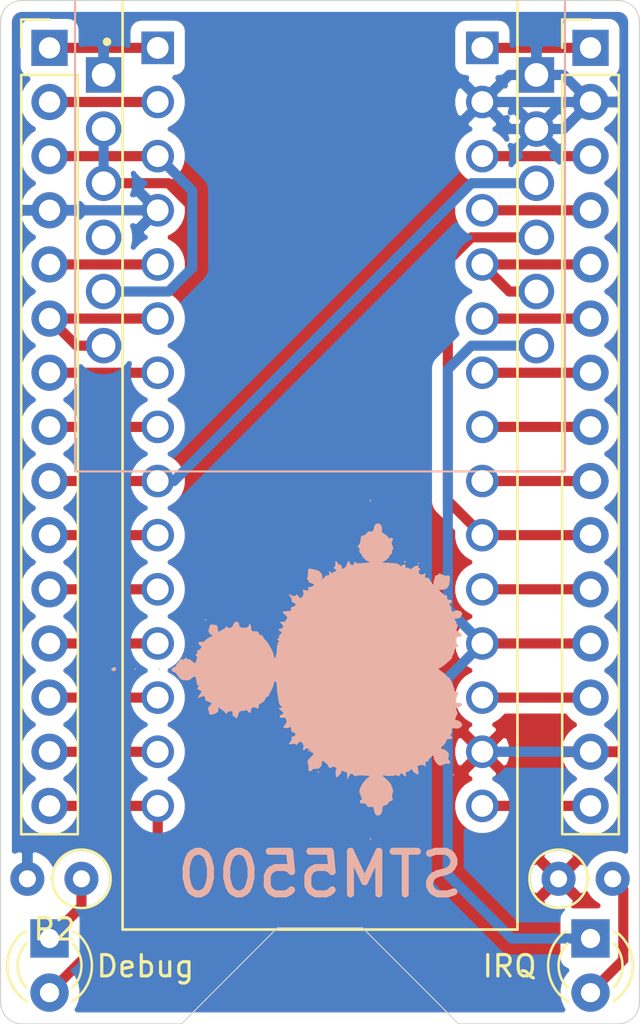
<source format=kicad_pcb>
(kicad_pcb (version 20171130) (host pcbnew "(5.1.6)-1")

  (general
    (thickness 1.6)
    (drawings 13)
    (tracks 84)
    (zones 0)
    (modules 9)
    (nets 33)
  )

  (page A4)
  (layers
    (0 F.Cu signal hide)
    (31 B.Cu signal hide)
    (32 B.Adhes user hide)
    (33 F.Adhes user hide)
    (34 B.Paste user hide)
    (35 F.Paste user)
    (36 B.SilkS user)
    (37 F.SilkS user)
    (38 B.Mask user hide)
    (39 F.Mask user)
    (40 Dwgs.User user hide)
    (41 Cmts.User user hide)
    (42 Eco1.User user hide)
    (43 Eco2.User user hide)
    (44 Edge.Cuts user)
    (45 Margin user hide)
    (46 B.CrtYd user hide)
    (47 F.CrtYd user)
    (48 B.Fab user hide)
    (49 F.Fab user)
  )

  (setup
    (last_trace_width 0.475)
    (user_trace_width 0.475)
    (trace_clearance 0.2)
    (zone_clearance 0.508)
    (zone_45_only no)
    (trace_min 0.2)
    (via_size 0.8)
    (via_drill 0.4)
    (via_min_size 0.4)
    (via_min_drill 0.3)
    (uvia_size 0.3)
    (uvia_drill 0.1)
    (uvias_allowed no)
    (uvia_min_size 0.2)
    (uvia_min_drill 0.1)
    (edge_width 0.05)
    (segment_width 0.2)
    (pcb_text_width 0.3)
    (pcb_text_size 1.5 1.5)
    (mod_edge_width 0.12)
    (mod_text_size 1 1)
    (mod_text_width 0.15)
    (pad_size 1.524 1.524)
    (pad_drill 0.762)
    (pad_to_mask_clearance 0.05)
    (aux_axis_origin 0 0)
    (visible_elements FFFFFF7F)
    (pcbplotparams
      (layerselection 0x010fc_ffffffff)
      (usegerberextensions false)
      (usegerberattributes true)
      (usegerberadvancedattributes true)
      (creategerberjobfile true)
      (excludeedgelayer true)
      (linewidth 0.100000)
      (plotframeref false)
      (viasonmask false)
      (mode 1)
      (useauxorigin false)
      (hpglpennumber 1)
      (hpglpenspeed 20)
      (hpglpendiameter 15.000000)
      (psnegative false)
      (psa4output false)
      (plotreference true)
      (plotvalue true)
      (plotinvisibletext false)
      (padsonsilk false)
      (subtractmaskfromsilk false)
      (outputformat 1)
      (mirror false)
      (drillshape 1)
      (scaleselection 1)
      (outputdirectory ""))
  )

  (net 0 "")
  (net 1 "Net-(D1-Pad2)")
  (net 2 /CN4_12)
  (net 3 /CN3_15)
  (net 4 "Net-(D2-Pad1)")
  (net 5 /CN3_1)
  (net 6 /CN3_2)
  (net 7 GND)
  (net 8 /CN3_14)
  (net 9 /CN3_13)
  (net 10 /CN3_12)
  (net 11 /CN3_11)
  (net 12 /CN3_10)
  (net 13 /CN3_9)
  (net 14 /CN3_8)
  (net 15 /CN3_7)
  (net 16 /CIPO)
  (net 17 /CN3_5)
  (net 18 /CN3_3)
  (net 19 /CN4_15)
  (net 20 +3V3)
  (net 21 /CN4_13)
  (net 22 /CN4_11)
  (net 23 /CN4_10)
  (net 24 /CN4_9)
  (net 25 /CN4_8)
  (net 26 /CN4_7)
  (net 27 /CN4_6)
  (net 28 /CN4_5)
  (net 29 /CN4_4)
  (net 30 /CN4_3)
  (net 31 /CN4_1)
  (net 32 "Net-(U2-Pad10)")

  (net_class Default "This is the default net class."
    (clearance 0.2)
    (trace_width 0.25)
    (via_dia 0.8)
    (via_drill 0.4)
    (uvia_dia 0.3)
    (uvia_drill 0.1)
    (add_net +3V3)
    (add_net /CIPO)
    (add_net /CN3_1)
    (add_net /CN3_10)
    (add_net /CN3_11)
    (add_net /CN3_12)
    (add_net /CN3_13)
    (add_net /CN3_14)
    (add_net /CN3_15)
    (add_net /CN3_2)
    (add_net /CN3_3)
    (add_net /CN3_5)
    (add_net /CN3_7)
    (add_net /CN3_8)
    (add_net /CN3_9)
    (add_net /CN4_1)
    (add_net /CN4_10)
    (add_net /CN4_11)
    (add_net /CN4_12)
    (add_net /CN4_13)
    (add_net /CN4_15)
    (add_net /CN4_3)
    (add_net /CN4_4)
    (add_net /CN4_5)
    (add_net /CN4_6)
    (add_net /CN4_7)
    (add_net /CN4_8)
    (add_net /CN4_9)
    (add_net GND)
    (add_net "Net-(D1-Pad2)")
    (add_net "Net-(D2-Pad1)")
    (add_net "Net-(U2-Pad10)")
  )

  (module JohnAdriaan:Mandel_half (layer B.Cu) (tedit 0) (tstamp 5F361876)
    (at 98.5 111)
    (fp_text reference G*** (at 0 0) (layer B.SilkS) hide
      (effects (font (size 1.524 1.524) (thickness 0.3)) (justify mirror))
    )
    (fp_text value LOGO (at 0.75 0) (layer B.SilkS) hide
      (effects (font (size 1.524 1.524) (thickness 0.3)) (justify mirror))
    )
    (fp_poly (pts (xy 3.880556 -7.496528) (xy 3.888472 -7.575028) (xy 3.880556 -7.584722) (xy 3.841232 -7.575643)
      (xy 3.836459 -7.540625) (xy 3.86066 -7.48618) (xy 3.880556 -7.496528)) (layer B.SilkS) (width 0.01))
    (fp_poly (pts (xy 4.352566 7.169948) (xy 4.416374 7.037065) (xy 4.419474 6.932921) (xy 4.441466 6.807225)
      (xy 4.55143 6.750535) (xy 4.666025 6.698326) (xy 4.696354 6.647656) (xy 4.744762 6.580983)
      (xy 4.822759 6.548437) (xy 4.914986 6.497231) (xy 4.897424 6.41971) (xy 4.876599 6.275216)
      (xy 4.902466 6.203369) (xy 4.93358 6.068558) (xy 4.916247 6.001367) (xy 4.859303 5.860665)
      (xy 4.851056 5.820833) (xy 4.794756 5.718755) (xy 4.670978 5.582182) (xy 4.617685 5.53393)
      (xy 4.398698 5.346246) (xy 4.712891 5.369042) (xy 4.895645 5.371373) (xy 5.008947 5.351775)
      (xy 5.027083 5.333653) (xy 5.066908 5.318755) (xy 5.118578 5.351401) (xy 5.203532 5.387293)
      (xy 5.252248 5.317424) (xy 5.293026 5.246028) (xy 5.355427 5.266054) (xy 5.423129 5.323989)
      (xy 5.515221 5.400374) (xy 5.537227 5.378628) (xy 5.523893 5.295382) (xy 5.528112 5.187398)
      (xy 5.575711 5.17718) (xy 5.676507 5.15362) (xy 5.736048 5.099035) (xy 5.800329 5.045266)
      (xy 5.81873 5.069085) (xy 5.870456 5.157601) (xy 5.972632 5.243622) (xy 6.081447 5.305754)
      (xy 6.118628 5.280345) (xy 6.12102 5.20162) (xy 6.096578 5.05068) (xy 6.068897 4.98453)
      (xy 6.077806 4.916005) (xy 6.169208 4.868919) (xy 6.293757 4.853778) (xy 6.402108 4.881087)
      (xy 6.430741 4.907492) (xy 6.46559 4.934746) (xy 6.449094 4.845182) (xy 6.44062 4.728722)
      (xy 6.514811 4.696354) (xy 6.592066 4.672614) (xy 6.59223 4.646745) (xy 6.617176 4.57702)
      (xy 6.719363 4.479238) (xy 6.824663 4.409131) (xy 6.849577 4.424299) (xy 6.838138 4.461724)
      (xy 6.852308 4.575324) (xy 6.938304 4.725594) (xy 6.959963 4.752669) (xy 7.073679 4.872702)
      (xy 7.155245 4.89984) (xy 7.244315 4.852555) (xy 7.39159 4.795194) (xy 7.487546 4.79972)
      (xy 7.587317 4.795128) (xy 7.606771 4.733884) (xy 7.573487 4.643019) (xy 7.542757 4.630208)
      (xy 7.511206 4.578486) (xy 7.533802 4.48138) (xy 7.547451 4.337545) (xy 7.455404 4.216797)
      (xy 7.316022 4.127728) (xy 7.216312 4.098951) (xy 7.168572 4.075913) (xy 7.222372 4.000946)
      (xy 7.280549 3.947107) (xy 7.388244 3.824948) (xy 7.42558 3.725566) (xy 7.423865 3.717687)
      (xy 7.458319 3.656697) (xy 7.576285 3.638021) (xy 7.696814 3.628508) (xy 7.705429 3.583391)
      (xy 7.66448 3.528045) (xy 7.612407 3.430761) (xy 7.649358 3.392582) (xy 7.696099 3.317971)
      (xy 7.690359 3.234553) (xy 7.68285 3.143102) (xy 7.75242 3.129) (xy 7.827717 3.145186)
      (xy 7.991803 3.146093) (xy 8.117492 3.080887) (xy 8.172195 2.977506) (xy 8.137703 2.879471)
      (xy 8.007489 2.788604) (xy 7.932993 2.765559) (xy 7.850623 2.739768) (xy 7.847746 2.675148)
      (xy 7.900801 2.563151) (xy 7.952829 2.438172) (xy 7.950247 2.381545) (xy 7.947654 2.38125)
      (xy 7.903892 2.325694) (xy 7.889825 2.25272) (xy 7.913872 2.158981) (xy 7.96437 2.156512)
      (xy 8.072199 2.139678) (xy 8.127028 2.094329) (xy 8.167201 2.008542) (xy 8.098584 1.958812)
      (xy 7.974432 1.941995) (xy 7.931971 1.954719) (xy 7.894283 1.931988) (xy 7.885283 1.831804)
      (xy 7.901227 1.704968) (xy 7.938372 1.602282) (xy 7.959706 1.578359) (xy 7.988714 1.503401)
      (xy 7.944893 1.430543) (xy 7.867468 1.424542) (xy 7.866784 1.42496) (xy 7.816536 1.404228)
      (xy 7.805208 1.340806) (xy 7.784216 1.241863) (xy 7.732126 1.097979) (xy 7.665273 0.944539)
      (xy 7.59999 0.816931) (xy 7.552612 0.750542) (xy 7.538614 0.763227) (xy 7.510984 0.767842)
      (xy 7.466661 0.706564) (xy 7.363705 0.591231) (xy 7.205737 0.470137) (xy 7.187552 0.458764)
      (xy 7.078433 0.378306) (xy 7.060845 0.332821) (xy 7.077604 0.329208) (xy 7.158538 0.293354)
      (xy 7.287775 0.204127) (xy 7.436334 0.086158) (xy 7.575238 -0.035926) (xy 7.675507 -0.137493)
      (xy 7.708161 -0.193914) (xy 7.698426 -0.198438) (xy 7.691141 -0.234753) (xy 7.725834 -0.277813)
      (xy 7.789914 -0.404519) (xy 7.805208 -0.509323) (xy 7.842207 -0.632356) (xy 7.904427 -0.661459)
      (xy 7.992452 -0.697175) (xy 8.003646 -0.727604) (xy 7.958991 -0.791883) (xy 7.945226 -0.79375)
      (xy 7.906128 -0.85094) (xy 7.894681 -0.986449) (xy 7.913133 -1.113804) (xy 7.946604 -1.151912)
      (xy 7.947132 -1.151599) (xy 8.039965 -1.148429) (xy 8.098584 -1.165062) (xy 8.16785 -1.220802)
      (xy 8.129527 -1.297569) (xy 8.020376 -1.37706) (xy 7.968327 -1.389063) (xy 7.901858 -1.435948)
      (xy 7.917887 -1.555602) (xy 7.9598 -1.63711) (xy 7.968269 -1.709522) (xy 7.9375 -1.719792)
      (xy 7.892838 -1.758867) (xy 7.901602 -1.781367) (xy 7.893307 -1.86632) (xy 7.872433 -1.88449)
      (xy 7.806182 -1.963737) (xy 7.849244 -2.013052) (xy 7.920964 -2.008416) (xy 8.047755 -2.037384)
      (xy 8.123749 -2.119892) (xy 8.17499 -2.237083) (xy 8.130034 -2.318013) (xy 8.091617 -2.348223)
      (xy 7.934804 -2.398609) (xy 7.860107 -2.375231) (xy 7.732142 -2.321055) (xy 7.680425 -2.353948)
      (xy 7.672917 -2.434167) (xy 7.631038 -2.580893) (xy 7.593542 -2.632604) (xy 7.553286 -2.700549)
      (xy 7.586465 -2.711979) (xy 7.672814 -2.764364) (xy 7.692231 -2.799196) (xy 7.670617 -2.868746)
      (xy 7.583553 -2.881878) (xy 7.475236 -2.90998) (xy 7.462367 -2.999737) (xy 7.456808 -3.08606)
      (xy 7.429294 -3.090938) (xy 7.349742 -3.110239) (xy 7.229622 -3.199358) (xy 7.220099 -3.208324)
      (xy 7.064938 -3.356901) (xy 7.233092 -3.356901) (xy 7.425285 -3.404108) (xy 7.54188 -3.551439)
      (xy 7.589116 -3.794271) (xy 7.590712 -3.957932) (xy 7.558122 -4.021557) (xy 7.47764 -4.016557)
      (xy 7.327147 -4.02669) (xy 7.214175 -4.079031) (xy 7.110943 -4.12893) (xy 7.077604 -4.104793)
      (xy 7.023371 -4.044654) (xy 6.967361 -4.034896) (xy 6.894745 -4.014925) (xy 6.900642 -3.991373)
      (xy 6.902641 -3.91177) (xy 6.871193 -3.859923) (xy 6.829057 -3.727644) (xy 6.840208 -3.66258)
      (xy 6.857043 -3.590549) (xy 6.799602 -3.621901) (xy 6.784024 -3.634638) (xy 6.678347 -3.768798)
      (xy 6.646832 -3.839056) (xy 6.572667 -3.927477) (xy 6.501346 -3.921145) (xy 6.427175 -3.915323)
      (xy 6.427137 -4.002173) (xy 6.433383 -4.027519) (xy 6.449189 -4.126623) (xy 6.40517 -4.1182)
      (xy 6.377869 -4.096723) (xy 6.263463 -4.059431) (xy 6.165616 -4.104698) (xy 6.126738 -4.197968)
      (xy 6.158846 -4.275183) (xy 6.199796 -4.349854) (xy 6.155758 -4.365625) (xy 6.108723 -4.405541)
      (xy 6.11849 -4.431771) (xy 6.120976 -4.489869) (xy 6.047115 -4.493616) (xy 5.937581 -4.450367)
      (xy 5.84741 -4.382752) (xy 5.748067 -4.313727) (xy 5.70612 -4.345963) (xy 5.633584 -4.393311)
      (xy 5.574199 -4.383741) (xy 5.503115 -4.377165) (xy 5.513405 -4.41596) (xy 5.510089 -4.51)
      (xy 5.483788 -4.534893) (xy 5.389466 -4.530857) (xy 5.358145 -4.498455) (xy 5.30078 -4.452429)
      (xy 5.249785 -4.506517) (xy 5.149678 -4.570144) (xy 4.98162 -4.604862) (xy 4.960938 -4.605999)
      (xy 4.748245 -4.615058) (xy 4.564063 -4.624295) (xy 4.398698 -4.633729) (xy 4.580599 -4.746508)
      (xy 4.706894 -4.84847) (xy 4.762384 -4.940109) (xy 4.7625 -4.943185) (xy 4.808048 -5.020826)
      (xy 4.835723 -5.027083) (xy 4.880871 -5.074845) (xy 4.872512 -5.122029) (xy 4.878164 -5.217987)
      (xy 4.907993 -5.240946) (xy 4.943243 -5.301823) (xy 4.899687 -5.414812) (xy 4.854806 -5.566389)
      (xy 4.889628 -5.649247) (xy 4.92831 -5.750049) (xy 4.863286 -5.791667) (xy 4.789106 -5.776126)
      (xy 4.708216 -5.783317) (xy 4.696354 -5.815175) (xy 4.642549 -5.894538) (xy 4.53004 -5.965594)
      (xy 4.409796 -6.053952) (xy 4.403213 -6.165787) (xy 4.39934 -6.315839) (xy 4.362991 -6.386247)
      (xy 4.274758 -6.465799) (xy 4.172706 -6.459173) (xy 4.117578 -6.438485) (xy 4.053644 -6.353908)
      (xy 4.034896 -6.245269) (xy 3.987258 -6.115093) (xy 3.871752 -6.079205) (xy 3.806233 -6.101953)
      (xy 3.74917 -6.06921) (xy 3.687951 -5.998065) (xy 3.579677 -5.910682) (xy 3.503202 -5.898846)
      (xy 3.431584 -5.871548) (xy 3.410393 -5.735497) (xy 3.410584 -5.721615) (xy 3.381138 -5.552343)
      (xy 3.311365 -5.442599) (xy 3.248879 -5.378534) (xy 3.29847 -5.359916) (xy 3.360842 -5.308108)
      (xy 3.354272 -5.225521) (xy 3.348813 -5.11996) (xy 3.375173 -5.093229) (xy 3.437248 -5.038737)
      (xy 3.472741 -4.96067) (xy 3.559505 -4.83366) (xy 3.692173 -4.731808) (xy 3.869531 -4.635505)
      (xy 3.704167 -4.627942) (xy 3.499769 -4.609076) (xy 3.378196 -4.590838) (xy 3.23552 -4.598544)
      (xy 3.164235 -4.645362) (xy 3.121307 -4.68086) (xy 3.109867 -4.608822) (xy 3.067562 -4.516865)
      (xy 2.993099 -4.513532) (xy 2.903346 -4.571132) (xy 2.89388 -4.6176) (xy 2.867755 -4.690634)
      (xy 2.844271 -4.696354) (xy 2.788273 -4.641726) (xy 2.778125 -4.579974) (xy 2.726532 -4.455694)
      (xy 2.645834 -4.380976) (xy 2.546788 -4.333938) (xy 2.515323 -4.383719) (xy 2.513542 -4.435114)
      (xy 2.487999 -4.526805) (xy 2.446929 -4.530701) (xy 2.371305 -4.544965) (xy 2.340633 -4.592943)
      (xy 2.27699 -4.683014) (xy 2.243958 -4.696354) (xy 2.214762 -4.647118) (xy 2.2276 -4.59046)
      (xy 2.217116 -4.470539) (xy 2.175915 -4.426108) (xy 2.12445 -4.377277) (xy 2.166276 -4.366638)
      (xy 2.238766 -4.312075) (xy 2.248959 -4.262503) (xy 2.216892 -4.194038) (xy 2.182813 -4.200261)
      (xy 2.122121 -4.190611) (xy 2.116667 -4.162992) (xy 2.085897 -4.125403) (xy 2.005064 -4.175625)
      (xy 1.925646 -4.230711) (xy 1.924061 -4.187069) (xy 1.938963 -4.145124) (xy 1.949195 -4.054236)
      (xy 1.903057 -4.050978) (xy 1.803938 -4.026594) (xy 1.69955 -3.94075) (xy 1.57745 -3.803386)
      (xy 1.607347 -3.944535) (xy 1.580685 -4.095897) (xy 1.467439 -4.226208) (xy 1.350067 -4.277842)
      (xy 1.243309 -4.301417) (xy 1.11096 -4.333555) (xy 0.987012 -4.351459) (xy 0.942897 -4.295084)
      (xy 0.940087 -4.182824) (xy 0.929195 -4.016055) (xy 0.89886 -3.912137) (xy 0.89771 -3.844673)
      (xy 0.926042 -3.836459) (xy 0.969784 -3.796442) (xy 0.960313 -3.772252) (xy 0.985957 -3.712788)
      (xy 1.09914 -3.663242) (xy 1.218604 -3.625473) (xy 1.222049 -3.58315) (xy 1.158246 -3.53113)
      (xy 1.036725 -3.478261) (xy 0.971202 -3.485626) (xy 0.932525 -3.476836) (xy 0.948622 -3.410003)
      (xy 0.962115 -3.329788) (xy 0.891707 -3.320292) (xy 0.822926 -3.335432) (xy 0.706437 -3.354614)
      (xy 0.691091 -3.314579) (xy 0.714294 -3.26728) (xy 0.731401 -3.132314) (xy 0.671467 -3.033696)
      (xy 0.589317 -2.952285) (xy 0.53414 -2.976343) (xy 0.48404 -3.059598) (xy 0.423868 -3.141231)
      (xy 0.399219 -3.125806) (xy 0.346025 -3.068155) (xy 0.21914 -3.07423) (xy 0.066146 -3.138674)
      (xy 0.023681 -3.148445) (xy 0.077374 -3.071857) (xy 0.089162 -3.058247) (xy 0.165315 -2.936035)
      (xy 0.170884 -2.853201) (xy 0.191004 -2.785472) (xy 0.267106 -2.744252) (xy 0.359331 -2.693608)
      (xy 0.334569 -2.617655) (xy 0.326717 -2.607926) (xy 0.232727 -2.547717) (xy 0.186519 -2.553981)
      (xy 0.144226 -2.535068) (xy 0.144404 -2.47057) (xy 0.133014 -2.384892) (xy 0.037642 -2.351773)
      (xy -0.049609 -2.34885) (xy -0.211179 -2.34241) (xy -0.250446 -2.306703) (xy -0.175499 -2.219264)
      (xy -0.115755 -2.165129) (xy -0.023792 -2.058351) (xy -0.048784 -2.003347) (xy -0.050021 -2.002893)
      (xy -0.103696 -1.940898) (xy -0.095727 -1.91258) (xy -0.123849 -1.869403) (xy -0.240249 -1.852084)
      (xy -0.361798 -1.846076) (xy -0.364977 -1.814344) (xy -0.300193 -1.762899) (xy -0.22283 -1.653631)
      (xy -0.259892 -1.558211) (xy -0.384242 -1.519251) (xy -0.454463 -1.50785) (xy -0.419931 -1.460837)
      (xy -0.370185 -1.421852) (xy -0.287396 -1.346012) (xy -0.311371 -1.302695) (xy -0.349472 -1.28619)
      (xy -0.421908 -1.206947) (xy -0.418694 -1.152078) (xy -0.432195 -1.070197) (xy -0.47248 -1.057321)
      (xy -0.522198 -1.041887) (xy -0.463021 -0.992188) (xy -0.412082 -0.939454) (xy -0.434663 -0.927055)
      (xy -0.47723 -0.866612) (xy -0.509796 -0.711906) (xy -0.521131 -0.578776) (xy -0.541153 -0.370021)
      (xy -0.575322 -0.215495) (xy -0.599097 -0.168672) (xy -0.650851 -0.159937) (xy -0.661458 -0.220917)
      (xy -0.697393 -0.373122) (xy -0.787825 -0.580305) (xy -0.906693 -0.792507) (xy -1.027937 -0.959767)
      (xy -1.067821 -0.999946) (xy -1.163136 -1.112243) (xy -1.190625 -1.185751) (xy -1.231234 -1.231969)
      (xy -1.261223 -1.220947) (xy -1.331156 -1.237706) (xy -1.365504 -1.306121) (xy -1.430102 -1.40071)
      (xy -1.55949 -1.404284) (xy -1.688873 -1.407865) (xy -1.72806 -1.48057) (xy -1.744745 -1.638663)
      (xy -1.770839 -1.715133) (xy -1.802474 -1.747353) (xy -1.828736 -1.755277) (xy -1.82216 -1.74499)
      (xy -1.836246 -1.671042) (xy -1.876639 -1.619641) (xy -1.980807 -1.572885) (xy -2.11917 -1.568476)
      (xy -2.241449 -1.599267) (xy -2.297364 -1.658115) (xy -2.294156 -1.678975) (xy -2.304654 -1.785877)
      (xy -2.386832 -1.855439) (xy -2.487201 -1.848447) (xy -2.505353 -1.833813) (xy -2.572559 -1.721683)
      (xy -2.579687 -1.681204) (xy -2.634975 -1.603197) (xy -2.711979 -1.568334) (xy -2.819447 -1.570611)
      (xy -2.845284 -1.610229) (xy -2.869169 -1.646952) (xy -2.894893 -1.620573) (xy -2.98248 -1.54398)
      (xy -3.11778 -1.45692) (xy -3.239197 -1.397076) (xy -3.273321 -1.389063) (xy -3.29979 -1.436332)
      (xy -3.299458 -1.438672) (xy -3.302766 -1.602453) (xy -3.362089 -1.693382) (xy -3.389974 -1.700354)
      (xy -3.529684 -1.718965) (xy -3.568868 -1.727915) (xy -3.659458 -1.706354) (xy -3.676355 -1.670182)
      (xy -3.695806 -1.581392) (xy -3.700959 -1.570964) (xy -3.739796 -1.437683) (xy -3.688011 -1.308877)
      (xy -3.624789 -1.264821) (xy -3.546643 -1.226436) (xy -3.564786 -1.185392) (xy -3.691424 -1.117222)
      (xy -3.700651 -1.112745) (xy -3.840349 -1.029973) (xy -3.908707 -0.959756) (xy -3.910117 -0.951792)
      (xy -3.964548 -0.914838) (xy -4.070746 -0.914203) (xy -4.185605 -0.911515) (xy -4.198645 -0.847986)
      (xy -4.19291 -0.831521) (xy -4.12928 -0.741144) (xy -4.096041 -0.727604) (xy -4.065733 -0.678836)
      (xy -4.077121 -0.628386) (xy -4.162586 -0.54044) (xy -4.211241 -0.529167) (xy -4.272012 -0.492187)
      (xy -4.261836 -0.455626) (xy -4.268077 -0.363159) (xy -4.307541 -0.324347) (xy -4.356723 -0.275584)
      (xy -4.318091 -0.265596) (xy -4.263926 -0.21555) (xy -4.268482 -0.165365) (xy -4.317679 -0.008109)
      (xy -4.331052 0.034573) (xy -4.368637 0.091222) (xy -4.439854 0.054873) (xy -4.498829 -0.000913)
      (xy -4.615589 -0.086421) (xy -4.698767 -0.097728) (xy -4.75653 -0.11088) (xy -4.763513 -0.144925)
      (xy -4.778491 -0.193665) (xy -4.822983 -0.13919) (xy -4.925434 -0.079742) (xy -4.987334 -0.087504)
      (xy -5.077499 -0.08292) (xy -5.093229 -0.030997) (xy -5.129608 0.055687) (xy -5.159375 0.066146)
      (xy -5.219341 0.119143) (xy -5.225521 0.15765) (xy -5.281158 0.245247) (xy -5.364781 0.285571)
      (xy -5.45995 0.352418) (xy -5.462916 0.44087) (xy -5.377026 0.494495) (xy -5.3523 0.496094)
      (xy -5.259138 0.549791) (xy -5.167649 0.677995) (xy -5.070959 0.80878) (xy -4.969212 0.864957)
      (xy -4.804663 0.882391) (xy -4.750337 0.891535) (xy -4.62395 0.863053) (xy -4.526523 0.788815)
      (xy -4.408794 0.701104) (xy -4.331759 0.737798) (xy -4.300042 0.896025) (xy -4.299479 0.929945)
      (xy -4.277591 1.067539) (xy -4.225234 1.124479) (xy -4.185662 1.151151) (xy -4.226628 1.215619)
      (xy -4.259466 1.29318) (xy -4.176371 1.339566) (xy -4.163816 1.342964) (xy -4.072983 1.376213)
      (xy -4.067919 1.433877) (xy -4.138051 1.551152) (xy -4.250739 1.723135) (xy -4.076671 1.656954)
      (xy -3.938819 1.6283) (xy -3.888096 1.694263) (xy -3.894383 1.801311) (xy -3.844509 1.85137)
      (xy -3.736852 1.891164) (xy -3.600688 1.940249) (xy -3.590175 2.00114) (xy -3.681841 2.083273)
      (xy -3.756485 2.195899) (xy -3.737486 2.289002) (xy -3.69833 2.417845) (xy -3.696274 2.471758)
      (xy -3.657533 2.501466) (xy -3.54834 2.487664) (xy -3.417584 2.443935) (xy -3.31415 2.38386)
      (xy -3.292112 2.359469) (xy -3.267689 2.232665) (xy -3.27776 2.186521) (xy -3.269569 2.147815)
      (xy -3.18106 2.210494) (xy -3.170902 2.219594) (xy -3.05502 2.312485) (xy -2.986154 2.348177)
      (xy -2.958519 2.392552) (xy -2.960026 2.397786) (xy -2.927427 2.4456) (xy -2.910417 2.447396)
      (xy -2.846097 2.407464) (xy -2.844271 2.395326) (xy -2.788306 2.349429) (xy -2.705206 2.332781)
      (xy -2.603111 2.35102) (xy -2.598922 2.447611) (xy -2.599795 2.450996) (xy -2.593574 2.558267)
      (xy -2.545934 2.579687) (xy -2.446174 2.632344) (xy -2.42976 2.66237) (xy -2.399187 2.663238)
      (xy -2.36018 2.560096) (xy -2.352154 2.526928) (xy -2.290343 2.367383) (xy -2.198336 2.326126)
      (xy -2.193401 2.326839) (xy -2.048437 2.313942) (xy -2.000911 2.293013) (xy -1.928659 2.280143)
      (xy -1.918229 2.304123) (xy -1.865696 2.380629) (xy -1.823543 2.403431) (xy -1.753539 2.395156)
      (xy -1.752591 2.316521) (xy -1.725753 2.197782) (xy -1.623328 2.143883) (xy -1.495311 2.178063)
      (xy -1.479897 2.18977) (xy -1.410005 2.223096) (xy -1.389275 2.143954) (xy -1.389062 2.124766)
      (xy -1.360946 2.012989) (xy -1.318192 1.984375) (xy -1.204932 1.933747) (xy -1.098702 1.822174)
      (xy -1.058333 1.720612) (xy -1.021386 1.673924) (xy -0.999949 1.681922) (xy -0.94915 1.645496)
      (xy -0.871198 1.524031) (xy -0.785286 1.356393) (xy -0.710607 1.181451) (xy -0.666354 1.038072)
      (xy -0.661458 0.996462) (xy -0.613651 0.928812) (xy -0.595312 0.926042) (xy -0.551577 0.984524)
      (xy -0.526092 1.12952) (xy -0.524106 1.174088) (xy -0.511923 1.377052) (xy -0.488932 1.541983)
      (xy -0.486042 1.554427) (xy -0.456381 1.72907) (xy -0.445643 1.852083) (xy -0.400612 2.01213)
      (xy -0.334878 2.098026) (xy -0.269397 2.161151) (xy -0.320989 2.17968) (xy -0.354593 2.180709)
      (xy -0.427738 2.191996) (xy -0.404932 2.238193) (xy -0.32152 2.31019) (xy -0.221012 2.402188)
      (xy -0.219933 2.451785) (xy -0.28112 2.482631) (xy -0.368474 2.543611) (xy -0.399924 2.611121)
      (xy -0.355835 2.639041) (xy -0.347265 2.638) (xy -0.202389 2.634786) (xy -0.106332 2.665447)
      (xy -0.095727 2.706329) (xy -0.084421 2.778979) (xy -0.063669 2.789975) (xy -0.052553 2.846941)
      (xy -0.12433 2.952774) (xy -0.125695 2.954244) (xy -0.212394 3.055794) (xy -0.208586 3.10201)
      (xy -0.134162 3.127531) (xy 0.003601 3.121109) (xy 0.060568 3.087974) (xy 0.123205 3.071034)
      (xy 0.148011 3.162436) (xy 0.141469 3.253651) (xy 0.190155 3.307177) (xy 0.26941 3.341896)
      (xy 0.360024 3.392445) (xy 0.333294 3.469385) (xy 0.326717 3.477491) (xy 0.235121 3.539176)
      (xy 0.191701 3.534638) (xy 0.159648 3.549623) (xy 0.169926 3.592984) (xy 0.15638 3.708626)
      (xy 0.096143 3.797012) (xy 0.032821 3.869675) (xy 0.062752 3.889027) (xy 0.196592 3.869856)
      (xy 0.337981 3.856898) (xy 0.373155 3.892344) (xy 0.363798 3.91731) (xy 0.368941 3.936007)
      (xy 0.439739 3.867271) (xy 0.447787 3.858257) (xy 0.543836 3.76281) (xy 0.608914 3.76396)
      (xy 0.675671 3.832355) (xy 0.73946 3.974848) (xy 0.715651 4.058603) (xy 0.693628 4.149406)
      (xy 0.750803 4.158697) (xy 0.841236 4.093243) (xy 0.918024 4.067089) (xy 1.0022 4.15864)
      (xy 1.002668 4.159389) (xy 1.104803 4.26735) (xy 1.185377 4.299479) (xy 1.204811 4.335744)
      (xy 1.128561 4.432556) (xy 1.075551 4.482544) (xy 0.943403 4.623894) (xy 0.914158 4.730001)
      (xy 0.929362 4.770782) (xy 0.966088 4.92082) (xy 0.960929 5.017665) (xy 0.97262 5.135218)
      (xy 1.029059 5.159375) (xy 1.114551 5.118224) (xy 1.124479 5.085518) (xy 1.178893 5.038912)
      (xy 1.27681 5.040781) (xy 1.45245 5.01962) (xy 1.562934 4.895503) (xy 1.5875 4.762204)
      (xy 1.594608 4.670957) (xy 1.639122 4.66711) (xy 1.750786 4.742875) (xy 1.868023 4.855138)
      (xy 1.916151 4.9525) (xy 1.945632 5.006951) (xy 2.000912 4.977211) (xy 2.12591 4.943039)
      (xy 2.211495 4.957702) (xy 2.286639 5.010101) (xy 2.272133 5.045833) (xy 2.232736 5.134225)
      (xy 2.233461 5.282208) (xy 2.258966 5.413842) (xy 2.301134 5.429645) (xy 2.387797 5.351266)
      (xy 2.482207 5.231519) (xy 2.513542 5.151276) (xy 2.539532 5.110886) (xy 2.60231 5.150702)
      (xy 2.698762 5.192662) (xy 2.734602 5.18085) (xy 2.765608 5.205435) (xy 2.780388 5.324947)
      (xy 2.780469 5.330252) (xy 2.782813 5.523177) (xy 2.868785 5.368171) (xy 2.939012 5.263315)
      (xy 3.00224 5.266668) (xy 3.064879 5.323286) (xy 3.147924 5.387589) (xy 3.174959 5.379073)
      (xy 3.23426 5.352596) (xy 3.386376 5.343422) (xy 3.514555 5.348258) (xy 3.854191 5.371776)
      (xy 3.681239 5.513622) (xy 3.540208 5.665755) (xy 3.427975 5.851013) (xy 3.359849 6.032556)
      (xy 3.351141 6.173546) (xy 3.385074 6.226299) (xy 3.4321 6.274135) (xy 3.414948 6.282841)
      (xy 3.402074 6.324047) (xy 3.439583 6.383073) (xy 3.483858 6.465263) (xy 3.447683 6.482292)
      (xy 3.38325 6.536259) (xy 3.373438 6.589225) (xy 3.411703 6.665319) (xy 3.513041 6.659651)
      (xy 3.637458 6.665725) (xy 3.683469 6.741015) (xy 3.751587 6.827414) (xy 3.874594 6.828242)
      (xy 3.99425 6.826489) (xy 4.033066 6.90964) (xy 4.034896 6.962575) (xy 4.071787 7.122248)
      (xy 4.132271 7.208365) (xy 4.246596 7.237855) (xy 4.352566 7.169948)) (layer B.SilkS) (width 0.01))
    (fp_poly (pts (xy 5.534202 -4.652257) (xy 5.525122 -4.691581) (xy 5.490104 -4.696354) (xy 5.435659 -4.672153)
      (xy 5.446007 -4.652257) (xy 5.524507 -4.644341) (xy 5.534202 -4.652257)) (layer B.SilkS) (width 0.01))
    (fp_poly (pts (xy 6.151563 -4.597136) (xy 6.11849 -4.630208) (xy 6.085417 -4.597136) (xy 6.11849 -4.564063)
      (xy 6.151563 -4.597136)) (layer B.SilkS) (width 0.01))
    (fp_poly (pts (xy -3.836458 -1.951302) (xy -3.869531 -1.984375) (xy -3.902604 -1.951302) (xy -3.869531 -1.918229)
      (xy -3.836458 -1.951302)) (layer B.SilkS) (width 0.01))
    (fp_poly (pts (xy -8.080819 0.409987) (xy -8.069791 0.363802) (xy -8.09444 0.28198) (xy -8.188163 0.285233)
      (xy -8.252105 0.308528) (xy -8.304375 0.370341) (xy -8.26081 0.437064) (xy -8.165107 0.463021)
      (xy -8.080819 0.409987)) (layer B.SilkS) (width 0.01))
    (fp_poly (pts (xy -7.14375 0.363802) (xy -7.176823 0.330729) (xy -7.209896 0.363802) (xy -7.176823 0.396875)
      (xy -7.14375 0.363802)) (layer B.SilkS) (width 0.01))
    (fp_poly (pts (xy -6.019271 0.363802) (xy -6.052344 0.330729) (xy -6.085416 0.363802) (xy -6.052344 0.396875)
      (xy -6.019271 0.363802)) (layer B.SilkS) (width 0.01))
    (fp_poly (pts (xy 8.466667 2.083594) (xy 8.433594 2.050521) (xy 8.400521 2.083594) (xy 8.433594 2.116666)
      (xy 8.466667 2.083594)) (layer B.SilkS) (width 0.01))
    (fp_poly (pts (xy 0.992188 4.20026) (xy 0.959115 4.167187) (xy 0.926042 4.20026) (xy 0.959115 4.233333)
      (xy 0.992188 4.20026)) (layer B.SilkS) (width 0.01))
    (fp_poly (pts (xy 1.455209 5.192448) (xy 1.422136 5.159375) (xy 1.389063 5.192448) (xy 1.422136 5.225521)
      (xy 1.455209 5.192448)) (layer B.SilkS) (width 0.01))
    (fp_poly (pts (xy 7.805208 5.324739) (xy 7.772136 5.291666) (xy 7.739063 5.324739) (xy 7.772136 5.357812)
      (xy 7.805208 5.324739)) (layer B.SilkS) (width 0.01))
    (fp_poly (pts (xy 3.880556 8.378472) (xy 3.888472 8.299972) (xy 3.880556 8.290278) (xy 3.841232 8.299357)
      (xy 3.836459 8.334375) (xy 3.86066 8.38882) (xy 3.880556 8.378472)) (layer B.SilkS) (width 0.01))
  )

  (module WIZnet:WIZ850io locked (layer B.Cu) (tedit 5F349824) (tstamp 5F35F475)
    (at 110.16 83.49 180)
    (descr <b>WIZ850io-7</b><br>)
    (path /5F34B7DC)
    (fp_text reference U2 (at 10.16 -6.1) (layer B.SilkS) hide
      (effects (font (size 1 1) (thickness 0.015)) (justify mirror))
    )
    (fp_text value WIZ850io (at 10.16 -6.1) (layer B.Fab)
      (effects (font (size 1 1) (thickness 0.015)) (justify mirror))
    )
    (fp_line (start -1.34 6.4) (end 21.66 6.4) (layer B.Fab) (width 0.2))
    (fp_line (start 21.66 6.4) (end 21.66 -18.6) (layer B.Fab) (width 0.2))
    (fp_line (start 21.66 -18.6) (end -1.34 -18.6) (layer B.Fab) (width 0.2))
    (fp_line (start -1.34 -18.6) (end -1.34 6.4) (layer B.Fab) (width 0.2))
    (fp_line (start -1.34 6.4) (end 21.66 6.4) (layer B.SilkS) (width 0.1))
    (fp_line (start 21.66 6.4) (end 21.66 -18.6) (layer B.SilkS) (width 0.1))
    (fp_line (start 21.66 -18.6) (end -1.34 -18.6) (layer B.SilkS) (width 0.1))
    (fp_line (start -1.34 -18.6) (end -1.34 6.4) (layer B.SilkS) (width 0.1))
    (fp_line (start -2.34 7.4) (end 22.66 7.4) (layer B.Fab) (width 0.1))
    (fp_line (start 22.66 7.4) (end 22.66 -19.6) (layer B.Fab) (width 0.1))
    (fp_line (start 22.66 -19.6) (end -2.34 -19.6) (layer B.Fab) (width 0.1))
    (fp_line (start -2.34 -19.6) (end -2.34 7.4) (layer B.Fab) (width 0.1))
    (pad 12 thru_hole circle (at 20.32 -12.7 180) (size 1.665 1.665) (drill 1.11) (layers *.Cu *.Mask)
      (net 16 /CIPO))
    (pad 11 thru_hole circle (at 20.32 -10.16 180) (size 1.665 1.665) (drill 1.11) (layers *.Cu *.Mask)
      (net 18 /CN3_3))
    (pad 10 thru_hole circle (at 20.32 -7.62 180) (size 1.665 1.665) (drill 1.11) (layers *.Cu *.Mask)
      (net 32 "Net-(U2-Pad10)"))
    (pad 9 thru_hole circle (at 20.32 -5.08 180) (size 1.665 1.665) (drill 1.11) (layers *.Cu *.Mask)
      (net 20 +3V3))
    (pad 8 thru_hole circle (at 20.32 -2.54 180) (size 1.665 1.665) (drill 1.11) (layers *.Cu *.Mask)
      (net 20 +3V3))
    (pad 7 thru_hole rect (at 20.32 0 180) (size 1.665 1.665) (drill 1.11) (layers *.Cu *.Mask)
      (net 7 GND))
    (pad 6 thru_hole circle (at 0 -12.7 180) (size 1.665 1.665) (drill 1.11) (layers *.Cu *.Mask)
      (net 2 /CN4_12))
    (pad 5 thru_hole circle (at 0 -10.16 180) (size 1.665 1.665) (drill 1.11) (layers *.Cu *.Mask)
      (net 28 /CN4_5))
    (pad 4 thru_hole circle (at 0 -7.62 180) (size 1.665 1.665) (drill 1.11) (layers *.Cu *.Mask)
      (net 23 /CN4_10))
    (pad 3 thru_hole circle (at 0 -5.08 180) (size 1.665 1.665) (drill 1.11) (layers *.Cu *.Mask)
      (net 13 /CN3_9))
    (pad 2 thru_hole circle (at 0 -2.54 180) (size 1.665 1.665) (drill 1.11) (layers *.Cu *.Mask)
      (net 7 GND))
    (pad 1 thru_hole rect (at 0 0 180) (size 1.665 1.665) (drill 1.11) (layers *.Cu *.Mask)
      (net 7 GND))
  )

  (module Nucleo32:Nucleo32 locked (layer F.Cu) (tedit 5F349646) (tstamp 5F35F6CC)
    (at 100 98.435)
    (path /5F34BEEF)
    (fp_text reference U1 (at -5.715 -26.035) (layer F.SilkS) hide
      (effects (font (size 1 1) (thickness 0.015)))
    )
    (fp_text value Nucleo32 (at 3.81 26.035) (layer F.Fab) hide
      (effects (font (size 1 1) (thickness 0.015)))
    )
    (fp_line (start -9.27 -25.145) (end 9.27 -25.145) (layer F.Fab) (width 0.127))
    (fp_line (start 9.27 -25.145) (end 9.27 25.145) (layer F.Fab) (width 0.127))
    (fp_line (start 9.27 25.145) (end -9.27 25.145) (layer F.Fab) (width 0.127))
    (fp_line (start -9.27 25.145) (end -9.27 -25.145) (layer F.Fab) (width 0.127))
    (fp_line (start -9.27 -25.145) (end 9.27 -25.145) (layer F.SilkS) (width 0.127))
    (fp_line (start -9.27 25.145) (end -9.27 -25.145) (layer F.SilkS) (width 0.127))
    (fp_line (start 9.27 -25.145) (end 9.27 25.145) (layer F.SilkS) (width 0.127))
    (fp_line (start 9.27 25.145) (end -9.27 25.145) (layer F.SilkS) (width 0.127))
    (fp_circle (center -10 -16.5) (end -9.9 -16.5) (layer F.SilkS) (width 0.2))
    (fp_circle (center -10 -16.5) (end -9.9 -16.5) (layer F.Fab) (width 0.2))
    (fp_line (start -9.52 -25.395) (end 9.52 -25.395) (layer F.CrtYd) (width 0.05))
    (fp_line (start 9.52 -25.395) (end 9.52 25.395) (layer F.CrtYd) (width 0.05))
    (fp_line (start 9.52 25.395) (end -9.52 25.395) (layer F.CrtYd) (width 0.05))
    (fp_line (start -9.52 25.395) (end -9.52 -25.395) (layer F.CrtYd) (width 0.05))
    (pad CN4_1 thru_hole rect (at 7.62 -16.215) (size 1.53 1.53) (drill 1.02) (layers *.Cu *.Mask)
      (net 31 /CN4_1))
    (pad CN4_2 thru_hole circle (at 7.62 -13.675) (size 1.53 1.53) (drill 1.02) (layers *.Cu *.Mask)
      (net 7 GND))
    (pad CN4_3 thru_hole circle (at 7.62 -11.135) (size 1.53 1.53) (drill 1.02) (layers *.Cu *.Mask)
      (net 30 /CN4_3))
    (pad CN4_4 thru_hole circle (at 7.62 -8.595) (size 1.53 1.53) (drill 1.02) (layers *.Cu *.Mask)
      (net 29 /CN4_4))
    (pad CN4_5 thru_hole circle (at 7.62 -6.055) (size 1.53 1.53) (drill 1.02) (layers *.Cu *.Mask)
      (net 28 /CN4_5))
    (pad CN4_6 thru_hole circle (at 7.62 -3.515) (size 1.53 1.53) (drill 1.02) (layers *.Cu *.Mask)
      (net 27 /CN4_6))
    (pad CN4_7 thru_hole circle (at 7.62 -0.975) (size 1.53 1.53) (drill 1.02) (layers *.Cu *.Mask)
      (net 26 /CN4_7))
    (pad CN4_8 thru_hole circle (at 7.62 1.565) (size 1.53 1.53) (drill 1.02) (layers *.Cu *.Mask)
      (net 25 /CN4_8))
    (pad CN4_9 thru_hole circle (at 7.62 4.105) (size 1.53 1.53) (drill 1.02) (layers *.Cu *.Mask)
      (net 24 /CN4_9))
    (pad CN4_10 thru_hole circle (at 7.62 6.645) (size 1.53 1.53) (drill 1.02) (layers *.Cu *.Mask)
      (net 23 /CN4_10))
    (pad CN4_11 thru_hole circle (at 7.62 9.185) (size 1.53 1.53) (drill 1.02) (layers *.Cu *.Mask)
      (net 22 /CN4_11))
    (pad CN4_12 thru_hole circle (at 7.62 11.725) (size 1.53 1.53) (drill 1.02) (layers *.Cu *.Mask)
      (net 2 /CN4_12))
    (pad CN4_13 thru_hole circle (at 7.62 14.265) (size 1.53 1.53) (drill 1.02) (layers *.Cu *.Mask)
      (net 21 /CN4_13))
    (pad CN4_14 thru_hole circle (at 7.62 16.805) (size 1.53 1.53) (drill 1.02) (layers *.Cu *.Mask)
      (net 20 +3V3))
    (pad CN4_15 thru_hole circle (at 7.62 19.345) (size 1.53 1.53) (drill 1.02) (layers *.Cu *.Mask)
      (net 19 /CN4_15))
    (pad CN3_1 thru_hole rect (at -7.62 -16.215) (size 1.53 1.53) (drill 1.02) (layers *.Cu *.Mask)
      (net 5 /CN3_1))
    (pad CN3_2 thru_hole circle (at -7.62 -13.675) (size 1.53 1.53) (drill 1.02) (layers *.Cu *.Mask)
      (net 6 /CN3_2))
    (pad CN3_3 thru_hole circle (at -7.62 -11.135) (size 1.53 1.53) (drill 1.02) (layers *.Cu *.Mask)
      (net 18 /CN3_3))
    (pad CN3_4 thru_hole circle (at -7.62 -8.595) (size 1.53 1.53) (drill 1.02) (layers *.Cu *.Mask)
      (net 7 GND))
    (pad CN3_5 thru_hole circle (at -7.62 -6.055) (size 1.53 1.53) (drill 1.02) (layers *.Cu *.Mask)
      (net 17 /CN3_5))
    (pad CN3_6 thru_hole circle (at -7.62 -3.515) (size 1.53 1.53) (drill 1.02) (layers *.Cu *.Mask)
      (net 16 /CIPO))
    (pad CN3_7 thru_hole circle (at -7.62 -0.975) (size 1.53 1.53) (drill 1.02) (layers *.Cu *.Mask)
      (net 15 /CN3_7))
    (pad CN3_8 thru_hole circle (at -7.62 1.565) (size 1.53 1.53) (drill 1.02) (layers *.Cu *.Mask)
      (net 14 /CN3_8))
    (pad CN3_9 thru_hole circle (at -7.62 4.105) (size 1.53 1.53) (drill 1.02) (layers *.Cu *.Mask)
      (net 13 /CN3_9))
    (pad CN3_10 thru_hole circle (at -7.62 6.645) (size 1.53 1.53) (drill 1.02) (layers *.Cu *.Mask)
      (net 12 /CN3_10))
    (pad CN3_11 thru_hole circle (at -7.62 9.185) (size 1.53 1.53) (drill 1.02) (layers *.Cu *.Mask)
      (net 11 /CN3_11))
    (pad CN3_12 thru_hole circle (at -7.62 11.725) (size 1.53 1.53) (drill 1.02) (layers *.Cu *.Mask)
      (net 10 /CN3_12))
    (pad CN3_13 thru_hole circle (at -7.62 14.265) (size 1.53 1.53) (drill 1.02) (layers *.Cu *.Mask)
      (net 9 /CN3_13))
    (pad CN3_14 thru_hole circle (at -7.62 16.805) (size 1.53 1.53) (drill 1.02) (layers *.Cu *.Mask)
      (net 8 /CN3_14))
    (pad CN3_15 thru_hole circle (at -7.62 19.345) (size 1.53 1.53) (drill 1.02) (layers *.Cu *.Mask)
      (net 3 /CN3_15))
  )

  (module Resistor_THT:R_Axial_DIN0207_L6.3mm_D2.5mm_P2.54mm_Vertical (layer F.Cu) (tedit 5AE5139B) (tstamp 5F35C392)
    (at 88.8 121.2 180)
    (descr "Resistor, Axial_DIN0207 series, Axial, Vertical, pin pitch=2.54mm, 0.25W = 1/4W, length*diameter=6.3*2.5mm^2, http://cdn-reichelt.de/documents/datenblatt/B400/1_4W%23YAG.pdf")
    (tags "Resistor Axial_DIN0207 series Axial Vertical pin pitch 2.54mm 0.25W = 1/4W length 6.3mm diameter 2.5mm")
    (path /5F37350D)
    (fp_text reference R2 (at 1.27 -2.37) (layer F.SilkS)
      (effects (font (size 1 1) (thickness 0.15)))
    )
    (fp_text value R_US (at 1.27 2.37) (layer F.Fab) hide
      (effects (font (size 1 1) (thickness 0.15)))
    )
    (fp_text user %R (at 1.27 -2.37) (layer F.Fab)
      (effects (font (size 1 1) (thickness 0.15)))
    )
    (fp_circle (center 0 0) (end 1.25 0) (layer F.Fab) (width 0.1))
    (fp_circle (center 0 0) (end 1.37 0) (layer F.SilkS) (width 0.12))
    (fp_line (start 0 0) (end 2.54 0) (layer F.Fab) (width 0.1))
    (fp_line (start 1.37 0) (end 1.44 0) (layer F.SilkS) (width 0.12))
    (fp_line (start -1.5 -1.5) (end -1.5 1.5) (layer F.CrtYd) (width 0.05))
    (fp_line (start -1.5 1.5) (end 3.59 1.5) (layer F.CrtYd) (width 0.05))
    (fp_line (start 3.59 1.5) (end 3.59 -1.5) (layer F.CrtYd) (width 0.05))
    (fp_line (start 3.59 -1.5) (end -1.5 -1.5) (layer F.CrtYd) (width 0.05))
    (pad 2 thru_hole oval (at 2.54 0 180) (size 1.6 1.6) (drill 0.8) (layers *.Cu *.Mask)
      (net 7 GND))
    (pad 1 thru_hole circle (at 0 0 180) (size 1.6 1.6) (drill 0.8) (layers *.Cu *.Mask)
      (net 4 "Net-(D2-Pad1)"))
    (model ${KISYS3DMOD}/Resistor_THT.3dshapes/R_Axial_DIN0207_L6.3mm_D2.5mm_P2.54mm_Vertical.wrl
      (at (xyz 0 0 0))
      (scale (xyz 1 1 1))
      (rotate (xyz 0 0 0))
    )
  )

  (module Resistor_THT:R_Axial_DIN0207_L6.3mm_D2.5mm_P2.54mm_Vertical (layer F.Cu) (tedit 5AE5139B) (tstamp 5F35FD90)
    (at 111.2 121.2)
    (descr "Resistor, Axial_DIN0207 series, Axial, Vertical, pin pitch=2.54mm, 0.25W = 1/4W, length*diameter=6.3*2.5mm^2, http://cdn-reichelt.de/documents/datenblatt/B400/1_4W%23YAG.pdf")
    (tags "Resistor Axial_DIN0207 series Axial Vertical pin pitch 2.54mm 0.25W = 1/4W length 6.3mm diameter 2.5mm")
    (path /5F35E682)
    (fp_text reference R1 (at 1.27 -2.37) (layer F.SilkS) hide
      (effects (font (size 1 1) (thickness 0.15)))
    )
    (fp_text value 100R (at 1.27 2.37) (layer F.Fab)
      (effects (font (size 1 1) (thickness 0.15)))
    )
    (fp_text user %R (at 1.27 -2.37) (layer F.Fab)
      (effects (font (size 1 1) (thickness 0.15)))
    )
    (fp_circle (center 0 0) (end 1.25 0) (layer F.Fab) (width 0.1))
    (fp_circle (center 0 0) (end 1.37 0) (layer F.SilkS) (width 0.12))
    (fp_line (start 0 0) (end 2.54 0) (layer F.Fab) (width 0.1))
    (fp_line (start 1.37 0) (end 1.44 0) (layer F.SilkS) (width 0.12))
    (fp_line (start -1.5 -1.5) (end -1.5 1.5) (layer F.CrtYd) (width 0.05))
    (fp_line (start -1.5 1.5) (end 3.59 1.5) (layer F.CrtYd) (width 0.05))
    (fp_line (start 3.59 1.5) (end 3.59 -1.5) (layer F.CrtYd) (width 0.05))
    (fp_line (start 3.59 -1.5) (end -1.5 -1.5) (layer F.CrtYd) (width 0.05))
    (pad 2 thru_hole oval (at 2.54 0) (size 1.6 1.6) (drill 0.8) (layers *.Cu *.Mask)
      (net 1 "Net-(D1-Pad2)"))
    (pad 1 thru_hole circle (at 0 0) (size 1.6 1.6) (drill 0.8) (layers *.Cu *.Mask)
      (net 20 +3V3))
    (model ${KISYS3DMOD}/Resistor_THT.3dshapes/R_Axial_DIN0207_L6.3mm_D2.5mm_P2.54mm_Vertical.wrl
      (at (xyz 0 0 0))
      (scale (xyz 1 1 1))
      (rotate (xyz 0 0 0))
    )
  )

  (module Connector_PinHeader_2.54mm:PinHeader_1x15_P2.54mm_Vertical locked (layer F.Cu) (tedit 59FED5CC) (tstamp 5F35F83E)
    (at 112.7 82.22)
    (descr "Through hole straight pin header, 1x15, 2.54mm pitch, single row")
    (tags "Through hole pin header THT 1x15 2.54mm single row")
    (path /5F379C39)
    (fp_text reference J4 (at 0 -2.545) (layer F.SilkS) hide
      (effects (font (size 1 1) (thickness 0.15)))
    )
    (fp_text value Conn_01x15 (at 0 37.89) (layer F.Fab) hide
      (effects (font (size 1 1) (thickness 0.15)))
    )
    (fp_text user %R (at 0 17.78 90) (layer F.Fab)
      (effects (font (size 1 1) (thickness 0.15)))
    )
    (fp_line (start -0.635 -1.27) (end 1.27 -1.27) (layer F.Fab) (width 0.1))
    (fp_line (start 1.27 -1.27) (end 1.27 36.83) (layer F.Fab) (width 0.1))
    (fp_line (start 1.27 36.83) (end -1.27 36.83) (layer F.Fab) (width 0.1))
    (fp_line (start -1.27 36.83) (end -1.27 -0.635) (layer F.Fab) (width 0.1))
    (fp_line (start -1.27 -0.635) (end -0.635 -1.27) (layer F.Fab) (width 0.1))
    (fp_line (start -1.33 36.89) (end 1.33 36.89) (layer F.SilkS) (width 0.12))
    (fp_line (start -1.33 1.27) (end -1.33 36.89) (layer F.SilkS) (width 0.12))
    (fp_line (start 1.33 1.27) (end 1.33 36.89) (layer F.SilkS) (width 0.12))
    (fp_line (start -1.33 1.27) (end 1.33 1.27) (layer F.SilkS) (width 0.12))
    (fp_line (start -1.33 0) (end -1.33 -1.33) (layer F.SilkS) (width 0.12))
    (fp_line (start -1.33 -1.33) (end 0 -1.33) (layer F.SilkS) (width 0.12))
    (fp_line (start -1.8 -1.8) (end -1.8 37.35) (layer F.CrtYd) (width 0.05))
    (fp_line (start -1.8 37.35) (end 1.8 37.35) (layer F.CrtYd) (width 0.05))
    (fp_line (start 1.8 37.35) (end 1.8 -1.8) (layer F.CrtYd) (width 0.05))
    (fp_line (start 1.8 -1.8) (end -1.8 -1.8) (layer F.CrtYd) (width 0.05))
    (pad 15 thru_hole oval (at 0 35.56) (size 1.7 1.7) (drill 1) (layers *.Cu *.Mask)
      (net 19 /CN4_15))
    (pad 14 thru_hole oval (at 0 33.02) (size 1.7 1.7) (drill 1) (layers *.Cu *.Mask)
      (net 20 +3V3))
    (pad 13 thru_hole oval (at 0 30.48) (size 1.7 1.7) (drill 1) (layers *.Cu *.Mask)
      (net 21 /CN4_13))
    (pad 12 thru_hole oval (at 0 27.94) (size 1.7 1.7) (drill 1) (layers *.Cu *.Mask)
      (net 2 /CN4_12))
    (pad 11 thru_hole oval (at 0 25.4) (size 1.7 1.7) (drill 1) (layers *.Cu *.Mask)
      (net 22 /CN4_11))
    (pad 10 thru_hole oval (at 0 22.86) (size 1.7 1.7) (drill 1) (layers *.Cu *.Mask)
      (net 23 /CN4_10))
    (pad 9 thru_hole oval (at 0 20.32) (size 1.7 1.7) (drill 1) (layers *.Cu *.Mask)
      (net 24 /CN4_9))
    (pad 8 thru_hole oval (at 0 17.78) (size 1.7 1.7) (drill 1) (layers *.Cu *.Mask)
      (net 25 /CN4_8))
    (pad 7 thru_hole oval (at 0 15.24) (size 1.7 1.7) (drill 1) (layers *.Cu *.Mask)
      (net 26 /CN4_7))
    (pad 6 thru_hole oval (at 0 12.7) (size 1.7 1.7) (drill 1) (layers *.Cu *.Mask)
      (net 27 /CN4_6))
    (pad 5 thru_hole oval (at 0 10.16) (size 1.7 1.7) (drill 1) (layers *.Cu *.Mask)
      (net 28 /CN4_5))
    (pad 4 thru_hole oval (at 0 7.62) (size 1.7 1.7) (drill 1) (layers *.Cu *.Mask)
      (net 29 /CN4_4))
    (pad 3 thru_hole oval (at 0 5.08) (size 1.7 1.7) (drill 1) (layers *.Cu *.Mask)
      (net 30 /CN4_3))
    (pad 2 thru_hole oval (at 0 2.54) (size 1.7 1.7) (drill 1) (layers *.Cu *.Mask)
      (net 7 GND))
    (pad 1 thru_hole rect (at 0 0) (size 1.7 1.7) (drill 1) (layers *.Cu *.Mask)
      (net 31 /CN4_1))
    (model ${KISYS3DMOD}/Connector_PinHeader_2.54mm.3dshapes/PinHeader_1x15_P2.54mm_Vertical.wrl
      (at (xyz 0 0 0))
      (scale (xyz 1 1 1))
      (rotate (xyz 0 0 0))
    )
  )

  (module Connector_PinHeader_2.54mm:PinHeader_1x15_P2.54mm_Vertical locked (layer F.Cu) (tedit 59FED5CC) (tstamp 5F35F121)
    (at 87.3 82.22)
    (descr "Through hole straight pin header, 1x15, 2.54mm pitch, single row")
    (tags "Through hole pin header THT 1x15 2.54mm single row")
    (path /5F37BA77)
    (fp_text reference J3 (at 0 -2.33) (layer F.SilkS) hide
      (effects (font (size 1 1) (thickness 0.15)))
    )
    (fp_text value Conn_01x15 (at 0 37.89) (layer F.Fab) hide
      (effects (font (size 1 1) (thickness 0.15)))
    )
    (fp_text user %R (at 0 17.78 90) (layer F.Fab)
      (effects (font (size 1 1) (thickness 0.15)))
    )
    (fp_line (start -0.635 -1.27) (end 1.27 -1.27) (layer F.Fab) (width 0.1))
    (fp_line (start 1.27 -1.27) (end 1.27 36.83) (layer F.Fab) (width 0.1))
    (fp_line (start 1.27 36.83) (end -1.27 36.83) (layer F.Fab) (width 0.1))
    (fp_line (start -1.27 36.83) (end -1.27 -0.635) (layer F.Fab) (width 0.1))
    (fp_line (start -1.27 -0.635) (end -0.635 -1.27) (layer F.Fab) (width 0.1))
    (fp_line (start -1.33 36.89) (end 1.33 36.89) (layer F.SilkS) (width 0.12))
    (fp_line (start -1.33 1.27) (end -1.33 36.89) (layer F.SilkS) (width 0.12))
    (fp_line (start 1.33 1.27) (end 1.33 36.89) (layer F.SilkS) (width 0.12))
    (fp_line (start -1.33 1.27) (end 1.33 1.27) (layer F.SilkS) (width 0.12))
    (fp_line (start -1.33 0) (end -1.33 -1.33) (layer F.SilkS) (width 0.12))
    (fp_line (start -1.33 -1.33) (end 0 -1.33) (layer F.SilkS) (width 0.12))
    (fp_line (start -1.8 -1.8) (end -1.8 37.35) (layer F.CrtYd) (width 0.05))
    (fp_line (start -1.8 37.35) (end 1.8 37.35) (layer F.CrtYd) (width 0.05))
    (fp_line (start 1.8 37.35) (end 1.8 -1.8) (layer F.CrtYd) (width 0.05))
    (fp_line (start 1.8 -1.8) (end -1.8 -1.8) (layer F.CrtYd) (width 0.05))
    (pad 15 thru_hole oval (at 0 35.56) (size 1.7 1.7) (drill 1) (layers *.Cu *.Mask)
      (net 3 /CN3_15))
    (pad 14 thru_hole oval (at 0 33.02) (size 1.7 1.7) (drill 1) (layers *.Cu *.Mask)
      (net 8 /CN3_14))
    (pad 13 thru_hole oval (at 0 30.48) (size 1.7 1.7) (drill 1) (layers *.Cu *.Mask)
      (net 9 /CN3_13))
    (pad 12 thru_hole oval (at 0 27.94) (size 1.7 1.7) (drill 1) (layers *.Cu *.Mask)
      (net 10 /CN3_12))
    (pad 11 thru_hole oval (at 0 25.4) (size 1.7 1.7) (drill 1) (layers *.Cu *.Mask)
      (net 11 /CN3_11))
    (pad 10 thru_hole oval (at 0 22.86) (size 1.7 1.7) (drill 1) (layers *.Cu *.Mask)
      (net 12 /CN3_10))
    (pad 9 thru_hole oval (at 0 20.32) (size 1.7 1.7) (drill 1) (layers *.Cu *.Mask)
      (net 13 /CN3_9))
    (pad 8 thru_hole oval (at 0 17.78) (size 1.7 1.7) (drill 1) (layers *.Cu *.Mask)
      (net 14 /CN3_8))
    (pad 7 thru_hole oval (at 0 15.24) (size 1.7 1.7) (drill 1) (layers *.Cu *.Mask)
      (net 15 /CN3_7))
    (pad 6 thru_hole oval (at 0 12.7) (size 1.7 1.7) (drill 1) (layers *.Cu *.Mask)
      (net 16 /CIPO))
    (pad 5 thru_hole oval (at 0 10.16) (size 1.7 1.7) (drill 1) (layers *.Cu *.Mask)
      (net 17 /CN3_5))
    (pad 4 thru_hole oval (at 0 7.62) (size 1.7 1.7) (drill 1) (layers *.Cu *.Mask)
      (net 7 GND))
    (pad 3 thru_hole oval (at 0 5.08) (size 1.7 1.7) (drill 1) (layers *.Cu *.Mask)
      (net 18 /CN3_3))
    (pad 2 thru_hole oval (at 0 2.54) (size 1.7 1.7) (drill 1) (layers *.Cu *.Mask)
      (net 6 /CN3_2))
    (pad 1 thru_hole rect (at 0 0) (size 1.7 1.7) (drill 1) (layers *.Cu *.Mask)
      (net 5 /CN3_1))
    (model ${KISYS3DMOD}/Connector_PinHeader_2.54mm.3dshapes/PinHeader_1x15_P2.54mm_Vertical.wrl
      (at (xyz 0 0 0))
      (scale (xyz 1 1 1))
      (rotate (xyz 0 0 0))
    )
  )

  (module LED_THT:LED_D3.0mm (layer F.Cu) (tedit 587A3A7B) (tstamp 5F35C317)
    (at 87.3 124 270)
    (descr "LED, diameter 3.0mm, 2 pins")
    (tags "LED diameter 3.0mm 2 pins")
    (path /5F3722F0)
    (fp_text reference D2 (at 1.27 -2.96 90) (layer F.SilkS) hide
      (effects (font (size 1 1) (thickness 0.15)))
    )
    (fp_text value Debug (at 1.3 -4.5 180) (layer F.SilkS)
      (effects (font (size 1 1) (thickness 0.15)))
    )
    (fp_arc (start 1.27 0) (end 0.229039 1.08) (angle -87.9) (layer F.SilkS) (width 0.12))
    (fp_arc (start 1.27 0) (end 0.229039 -1.08) (angle 87.9) (layer F.SilkS) (width 0.12))
    (fp_arc (start 1.27 0) (end -0.29 1.235516) (angle -108.8) (layer F.SilkS) (width 0.12))
    (fp_arc (start 1.27 0) (end -0.29 -1.235516) (angle 108.8) (layer F.SilkS) (width 0.12))
    (fp_arc (start 1.27 0) (end -0.23 -1.16619) (angle 284.3) (layer F.Fab) (width 0.1))
    (fp_circle (center 1.27 0) (end 2.77 0) (layer F.Fab) (width 0.1))
    (fp_line (start -0.23 -1.16619) (end -0.23 1.16619) (layer F.Fab) (width 0.1))
    (fp_line (start -0.29 -1.236) (end -0.29 -1.08) (layer F.SilkS) (width 0.12))
    (fp_line (start -0.29 1.08) (end -0.29 1.236) (layer F.SilkS) (width 0.12))
    (fp_line (start -1.15 -2.25) (end -1.15 2.25) (layer F.CrtYd) (width 0.05))
    (fp_line (start -1.15 2.25) (end 3.7 2.25) (layer F.CrtYd) (width 0.05))
    (fp_line (start 3.7 2.25) (end 3.7 -2.25) (layer F.CrtYd) (width 0.05))
    (fp_line (start 3.7 -2.25) (end -1.15 -2.25) (layer F.CrtYd) (width 0.05))
    (pad 2 thru_hole circle (at 2.54 0 270) (size 1.8 1.8) (drill 0.9) (layers *.Cu *.Mask)
      (net 3 /CN3_15))
    (pad 1 thru_hole rect (at 0 0 270) (size 1.8 1.8) (drill 0.9) (layers *.Cu *.Mask)
      (net 4 "Net-(D2-Pad1)"))
    (model ${KISYS3DMOD}/LED_THT.3dshapes/LED_D3.0mm.wrl
      (at (xyz 0 0 0))
      (scale (xyz 1 1 1))
      (rotate (xyz 0 0 0))
    )
  )

  (module LED_THT:LED_D3.0mm (layer F.Cu) (tedit 587A3A7B) (tstamp 5F35C304)
    (at 112.7 124 270)
    (descr "LED, diameter 3.0mm, 2 pins")
    (tags "LED diameter 3.0mm 2 pins")
    (path /5F35AD41)
    (fp_text reference D1 (at 1.27 -2.96 90) (layer F.SilkS) hide
      (effects (font (size 1 1) (thickness 0.15)))
    )
    (fp_text value IRQ (at 1.3 3.8 180) (layer F.SilkS)
      (effects (font (size 1 1) (thickness 0.15)))
    )
    (fp_arc (start 1.27 0) (end 0.229039 1.08) (angle -87.9) (layer F.SilkS) (width 0.12))
    (fp_arc (start 1.27 0) (end 0.229039 -1.08) (angle 87.9) (layer F.SilkS) (width 0.12))
    (fp_arc (start 1.27 0) (end -0.29 1.235516) (angle -108.8) (layer F.SilkS) (width 0.12))
    (fp_arc (start 1.27 0) (end -0.29 -1.235516) (angle 108.8) (layer F.SilkS) (width 0.12))
    (fp_arc (start 1.27 0) (end -0.23 -1.16619) (angle 284.3) (layer F.Fab) (width 0.1))
    (fp_circle (center 1.27 0) (end 2.77 0) (layer F.Fab) (width 0.1))
    (fp_line (start -0.23 -1.16619) (end -0.23 1.16619) (layer F.Fab) (width 0.1))
    (fp_line (start -0.29 -1.236) (end -0.29 -1.08) (layer F.SilkS) (width 0.12))
    (fp_line (start -0.29 1.08) (end -0.29 1.236) (layer F.SilkS) (width 0.12))
    (fp_line (start -1.15 -2.25) (end -1.15 2.25) (layer F.CrtYd) (width 0.05))
    (fp_line (start -1.15 2.25) (end 3.7 2.25) (layer F.CrtYd) (width 0.05))
    (fp_line (start 3.7 2.25) (end 3.7 -2.25) (layer F.CrtYd) (width 0.05))
    (fp_line (start 3.7 -2.25) (end -1.15 -2.25) (layer F.CrtYd) (width 0.05))
    (pad 2 thru_hole circle (at 2.54 0 270) (size 1.8 1.8) (drill 0.9) (layers *.Cu *.Mask)
      (net 1 "Net-(D1-Pad2)"))
    (pad 1 thru_hole rect (at 0 0 270) (size 1.8 1.8) (drill 0.9) (layers *.Cu *.Mask)
      (net 2 /CN4_12))
    (model ${KISYS3DMOD}/LED_THT.3dshapes/LED_D3.0mm.wrl
      (at (xyz 0 0 0))
      (scale (xyz 1 1 1))
      (rotate (xyz 0 0 0))
    )
  )

  (gr_text STM5500 (at 100 121) (layer B.SilkS)
    (effects (font (size 2 2) (thickness 0.33)) (justify mirror))
  )
  (gr_line (start 93.5 128) (end 98 123.5) (layer Edge.Cuts) (width 0.05))
  (gr_line (start 106.5 128) (end 102 123.5) (layer Edge.Cuts) (width 0.05))
  (gr_line (start 102 123.5) (end 98 123.5) (layer Edge.Cuts) (width 0.05) (tstamp 5F3617CA))
  (gr_line (start 93.5 128) (end 86 128) (layer Edge.Cuts) (width 0.05) (tstamp 5F3617C8))
  (gr_arc (start 114 127) (end 114 128) (angle -90) (layer Edge.Cuts) (width 0.05))
  (gr_arc (start 86 127) (end 85 127) (angle -90) (layer Edge.Cuts) (width 0.05))
  (gr_arc (start 86 81) (end 86 80) (angle -90) (layer Edge.Cuts) (width 0.05))
  (gr_arc (start 114 81) (end 115 81) (angle -90) (layer Edge.Cuts) (width 0.05))
  (gr_line (start 85 127) (end 85 81) (layer Edge.Cuts) (width 0.05) (tstamp 5F36086B))
  (gr_line (start 114 128) (end 106.5 128) (layer Edge.Cuts) (width 0.05))
  (gr_line (start 115 81) (end 115 127) (layer Edge.Cuts) (width 0.05))
  (gr_line (start 86 80) (end 114 80) (layer Edge.Cuts) (width 0.05))

  (segment (start 113.74 121.2) (end 114.24 121.7) (width 0.475) (layer F.Cu) (net 1))
  (segment (start 114.24 125) (end 112.7 126.54) (width 0.475) (layer F.Cu) (net 1))
  (segment (start 114.24 121.7) (end 114.24 125) (width 0.475) (layer F.Cu) (net 1))
  (segment (start 112.7 110.16) (end 107.62 110.16) (width 0.475) (layer F.Cu) (net 2))
  (segment (start 107.62 110.16) (end 106 111.78) (width 0.475) (layer B.Cu) (net 2) (tstamp 5F3601E3))
  (segment (start 106 121) (end 109 124) (width 0.475) (layer B.Cu) (net 2))
  (segment (start 109 124) (end 112.7 124) (width 0.475) (layer B.Cu) (net 2))
  (segment (start 106 111.78) (end 106 121) (width 0.475) (layer B.Cu) (net 2))
  (segment (start 107.110298 96.19) (end 106 97.300298) (width 0.475) (layer B.Cu) (net 2))
  (segment (start 110.16 96.19) (end 107.110298 96.19) (width 0.475) (layer B.Cu) (net 2))
  (segment (start 106 108.54) (end 107.62 110.16) (width 0.475) (layer B.Cu) (net 2))
  (segment (start 106 97.300298) (end 106 108.54) (width 0.475) (layer B.Cu) (net 2))
  (segment (start 87.3 117.78) (end 92.38 117.78) (width 0.475) (layer F.Cu) (net 3))
  (segment (start 92.38 121.46) (end 87.3 126.54) (width 0.475) (layer F.Cu) (net 3))
  (segment (start 92.38 117.78) (end 92.38 121.46) (width 0.475) (layer F.Cu) (net 3))
  (segment (start 88.8 122.5) (end 87.3 124) (width 0.475) (layer F.Cu) (net 4))
  (segment (start 88.8 121.2) (end 88.8 122.5) (width 0.475) (layer F.Cu) (net 4))
  (segment (start 87.3 82.22) (end 92.38 82.22) (width 0.475) (layer F.Cu) (net 5))
  (segment (start 87.3 84.76) (end 92.38 84.76) (width 0.475) (layer F.Cu) (net 6))
  (segment (start 87.3 89.84) (end 92.38 89.84) (width 0.475) (layer B.Cu) (net 7))
  (segment (start 111.43 83.49) (end 112.7 84.76) (width 0.475) (layer F.Cu) (net 7))
  (segment (start 110.16 83.49) (end 111.43 83.49) (width 0.475) (layer F.Cu) (net 7))
  (segment (start 108.89 83.49) (end 107.62 84.76) (width 0.475) (layer F.Cu) (net 7))
  (segment (start 110.16 83.49) (end 108.89 83.49) (width 0.475) (layer F.Cu) (net 7))
  (segment (start 107.62 84.76) (end 112.7 84.76) (width 0.475) (layer F.Cu) (net 7))
  (segment (start 111.43 86.03) (end 112.7 84.76) (width 0.475) (layer F.Cu) (net 7))
  (segment (start 110.16 86.03) (end 111.43 86.03) (width 0.475) (layer F.Cu) (net 7))
  (segment (start 108.89 86.03) (end 107.62 84.76) (width 0.475) (layer F.Cu) (net 7))
  (segment (start 110.16 86.03) (end 108.89 86.03) (width 0.475) (layer F.Cu) (net 7))
  (segment (start 87.3 89.84) (end 92.38 89.84) (width 0.475) (layer F.Cu) (net 7) (tstamp 5F3614AD))
  (segment (start 107.62 84.76) (end 112.7 84.76) (width 0.475) (layer B.Cu) (net 7) (tstamp 5F3615B0))
  (segment (start 110.16 83.49) (end 108.89 83.49) (width 0.475) (layer B.Cu) (net 7) (tstamp 5F3615B1))
  (segment (start 108.89 86.03) (end 107.62 84.76) (width 0.475) (layer B.Cu) (net 7) (tstamp 5F3615B2))
  (segment (start 108.89 83.49) (end 107.62 84.76) (width 0.475) (layer B.Cu) (net 7) (tstamp 5F3615B3))
  (segment (start 111.43 86.03) (end 112.7 84.76) (width 0.475) (layer B.Cu) (net 7) (tstamp 5F3615B4))
  (segment (start 110.16 83.49) (end 111.43 83.49) (width 0.475) (layer B.Cu) (net 7) (tstamp 5F3615B5))
  (segment (start 110.16 86.03) (end 108.89 86.03) (width 0.475) (layer B.Cu) (net 7) (tstamp 5F3615B6))
  (segment (start 111.43 83.49) (end 112.7 84.76) (width 0.475) (layer B.Cu) (net 7) (tstamp 5F3615B7))
  (segment (start 110.16 86.03) (end 111.43 86.03) (width 0.475) (layer B.Cu) (net 7) (tstamp 5F3615B8))
  (segment (start 87.3 115.24) (end 92.38 115.24) (width 0.475) (layer F.Cu) (net 8))
  (segment (start 87.3 112.7) (end 92.38 112.7) (width 0.475) (layer F.Cu) (net 9))
  (segment (start 87.3 110.16) (end 92.38 110.16) (width 0.475) (layer F.Cu) (net 10))
  (segment (start 87.3 107.62) (end 92.38 107.62) (width 0.475) (layer F.Cu) (net 11))
  (segment (start 87.3 105.08) (end 92.38 105.08) (width 0.475) (layer F.Cu) (net 12))
  (segment (start 87.3 102.54) (end 92.38 102.54) (width 0.475) (layer F.Cu) (net 13))
  (segment (start 93.140298 102.54) (end 92.38 102.54) (width 0.475) (layer B.Cu) (net 13))
  (segment (start 107.110298 88.57) (end 93.140298 102.54) (width 0.475) (layer B.Cu) (net 13))
  (segment (start 110.16 88.57) (end 107.110298 88.57) (width 0.475) (layer B.Cu) (net 13))
  (segment (start 87.3 100) (end 92.38 100) (width 0.475) (layer F.Cu) (net 14))
  (segment (start 87.3 97.46) (end 92.38 97.46) (width 0.475) (layer F.Cu) (net 15))
  (segment (start 87.3 94.92) (end 92.38 94.92) (width 0.475) (layer F.Cu) (net 16))
  (segment (start 88.57 96.19) (end 87.3 94.92) (width 0.475) (layer F.Cu) (net 16))
  (segment (start 89.84 96.19) (end 88.57 96.19) (width 0.475) (layer F.Cu) (net 16))
  (segment (start 87.3 92.38) (end 92.38 92.38) (width 0.475) (layer F.Cu) (net 17))
  (segment (start 87.3 87.3) (end 92.38 87.3) (width 0.475) (layer F.Cu) (net 18))
  (segment (start 92.889702 93.65) (end 94 92.539702) (width 0.475) (layer B.Cu) (net 18))
  (segment (start 89.84 93.65) (end 92.889702 93.65) (width 0.475) (layer B.Cu) (net 18))
  (segment (start 94 88.92) (end 92.38 87.3) (width 0.475) (layer B.Cu) (net 18))
  (segment (start 94 92.539702) (end 94 88.92) (width 0.475) (layer B.Cu) (net 18))
  (segment (start 112.7 117.78) (end 107.62 117.78) (width 0.475) (layer F.Cu) (net 19))
  (segment (start 89.84 86.03) (end 89.84 88.57) (width 0.475) (layer B.Cu) (net 20))
  (segment (start 92.889702 88.57) (end 100 95.680298) (width 0.475) (layer F.Cu) (net 20))
  (segment (start 89.84 88.57) (end 92.889702 88.57) (width 0.475) (layer F.Cu) (net 20))
  (segment (start 100 107.62) (end 107.62 115.24) (width 0.475) (layer F.Cu) (net 20))
  (segment (start 100 95.680298) (end 100 107.62) (width 0.475) (layer F.Cu) (net 20))
  (segment (start 107.62 115.24) (end 112.7 115.24) (width 0.475) (layer B.Cu) (net 20))
  (segment (start 107.62 115.24) (end 112.7 115.24) (width 0.475) (layer F.Cu) (net 20) (tstamp 5F3614B1))
  (segment (start 112.7 112.7) (end 107.62 112.7) (width 0.475) (layer F.Cu) (net 21))
  (segment (start 112.7 107.62) (end 107.62 107.62) (width 0.475) (layer F.Cu) (net 22))
  (segment (start 112.7 105.08) (end 107.62 105.08) (width 0.475) (layer F.Cu) (net 23))
  (segment (start 107.110298 91.11) (end 106 92.220298) (width 0.475) (layer F.Cu) (net 23))
  (segment (start 110.16 91.11) (end 107.110298 91.11) (width 0.475) (layer F.Cu) (net 23))
  (segment (start 106 103.46) (end 107.62 105.08) (width 0.475) (layer F.Cu) (net 23))
  (segment (start 106 92.220298) (end 106 103.46) (width 0.475) (layer F.Cu) (net 23))
  (segment (start 112.7 102.54) (end 107.62 102.54) (width 0.475) (layer F.Cu) (net 24))
  (segment (start 112.7 100) (end 107.62 100) (width 0.475) (layer F.Cu) (net 25))
  (segment (start 112.7 97.46) (end 107.62 97.46) (width 0.475) (layer F.Cu) (net 26))
  (segment (start 112.7 94.92) (end 107.62 94.92) (width 0.475) (layer F.Cu) (net 27))
  (segment (start 112.7 92.38) (end 107.62 92.38) (width 0.475) (layer F.Cu) (net 28))
  (segment (start 108.89 93.65) (end 107.62 92.38) (width 0.475) (layer F.Cu) (net 28))
  (segment (start 110.16 93.65) (end 108.89 93.65) (width 0.475) (layer F.Cu) (net 28))
  (segment (start 112.7 89.84) (end 107.62 89.84) (width 0.475) (layer F.Cu) (net 29))
  (segment (start 112.7 87.3) (end 107.62 87.3) (width 0.475) (layer F.Cu) (net 30))
  (segment (start 112.7 82.22) (end 107.62 82.22) (width 0.475) (layer F.Cu) (net 31))

  (zone (net 20) (net_name +3V3) (layer F.Cu) (tstamp 0) (hatch edge 0.508)
    (connect_pads (clearance 0.508))
    (min_thickness 0.254)
    (fill yes (arc_segments 32) (thermal_gap 0.508) (thermal_bridge_width 0.508))
    (polygon
      (pts
        (xy 115 128) (xy 85 128) (xy 85 80) (xy 86.5 80) (xy 115 80)
      )
    )
    (filled_polygon
      (pts
        (xy 114.065424 80.66958) (xy 114.128356 80.68858) (xy 114.186405 80.719445) (xy 114.237343 80.760989) (xy 114.279248 80.811644)
        (xy 114.310515 80.869471) (xy 114.329956 80.932272) (xy 114.34 81.027835) (xy 114.340001 119.895296) (xy 114.158574 119.820147)
        (xy 113.881335 119.765) (xy 113.598665 119.765) (xy 113.321426 119.820147) (xy 113.060273 119.92832) (xy 112.825241 120.085363)
        (xy 112.625363 120.285241) (xy 112.469085 120.519128) (xy 112.436671 120.458486) (xy 112.192702 120.386903) (xy 111.379605 121.2)
        (xy 112.192702 122.013097) (xy 112.436671 121.941514) (xy 112.467194 121.877008) (xy 112.46832 121.879727) (xy 112.625363 122.114759)
        (xy 112.825241 122.314637) (xy 113.045678 122.461928) (xy 111.894261 122.461928) (xy 111.941514 122.436671) (xy 112.013097 122.192702)
        (xy 111.2 121.379605) (xy 110.386903 122.192702) (xy 110.458486 122.436671) (xy 110.713996 122.557571) (xy 110.988184 122.6263)
        (xy 111.270512 122.640217) (xy 111.378852 122.624165) (xy 111.348815 122.648815) (xy 111.269463 122.745506) (xy 111.210498 122.85582)
        (xy 111.174188 122.975518) (xy 111.161928 123.1) (xy 111.161928 124.9) (xy 111.174188 125.024482) (xy 111.210498 125.14418)
        (xy 111.269463 125.254494) (xy 111.348815 125.351185) (xy 111.445506 125.430537) (xy 111.55582 125.489502) (xy 111.574127 125.495056)
        (xy 111.507688 125.561495) (xy 111.339701 125.812905) (xy 111.223989 126.092257) (xy 111.165 126.388816) (xy 111.165 126.691184)
        (xy 111.223989 126.987743) (xy 111.339701 127.267095) (xy 111.388415 127.34) (xy 88.611585 127.34) (xy 88.660299 127.267095)
        (xy 88.776011 126.987743) (xy 88.835 126.691184) (xy 88.835 126.388816) (xy 88.810127 126.263773) (xy 92.966647 122.107254)
        (xy 92.999935 122.079935) (xy 93.108967 121.94708) (xy 93.189985 121.795507) (xy 93.239875 121.63104) (xy 93.2525 121.502856)
        (xy 93.2525 121.502849) (xy 93.25672 121.46) (xy 93.2525 121.417151) (xy 93.2525 121.270512) (xy 109.759783 121.270512)
        (xy 109.801213 121.55013) (xy 109.896397 121.816292) (xy 109.963329 121.941514) (xy 110.207298 122.013097) (xy 111.020395 121.2)
        (xy 110.207298 120.386903) (xy 109.963329 120.458486) (xy 109.842429 120.713996) (xy 109.7737 120.988184) (xy 109.759783 121.270512)
        (xy 93.2525 121.270512) (xy 93.2525 120.207298) (xy 110.386903 120.207298) (xy 111.2 121.020395) (xy 112.013097 120.207298)
        (xy 111.941514 119.963329) (xy 111.686004 119.842429) (xy 111.411816 119.7737) (xy 111.129488 119.759783) (xy 110.84987 119.801213)
        (xy 110.583708 119.896397) (xy 110.458486 119.963329) (xy 110.386903 120.207298) (xy 93.2525 120.207298) (xy 93.2525 118.88078)
        (xy 93.272448 118.867451) (xy 93.467451 118.672448) (xy 93.620664 118.443149) (xy 93.726199 118.188365) (xy 93.78 117.917888)
        (xy 93.78 117.642112) (xy 106.22 117.642112) (xy 106.22 117.917888) (xy 106.273801 118.188365) (xy 106.379336 118.443149)
        (xy 106.532549 118.672448) (xy 106.727552 118.867451) (xy 106.956851 119.020664) (xy 107.211635 119.126199) (xy 107.482112 119.18)
        (xy 107.757888 119.18) (xy 108.028365 119.126199) (xy 108.283149 119.020664) (xy 108.512448 118.867451) (xy 108.707451 118.672448)
        (xy 108.72078 118.6525) (xy 111.496992 118.6525) (xy 111.546525 118.726632) (xy 111.753368 118.933475) (xy 111.996589 119.09599)
        (xy 112.266842 119.207932) (xy 112.55374 119.265) (xy 112.84626 119.265) (xy 113.133158 119.207932) (xy 113.403411 119.09599)
        (xy 113.646632 118.933475) (xy 113.853475 118.726632) (xy 114.01599 118.483411) (xy 114.127932 118.213158) (xy 114.185 117.92626)
        (xy 114.185 117.63374) (xy 114.127932 117.346842) (xy 114.01599 117.076589) (xy 113.853475 116.833368) (xy 113.646632 116.626525)
        (xy 113.464466 116.504805) (xy 113.581355 116.435178) (xy 113.797588 116.240269) (xy 113.971641 116.00692) (xy 114.096825 115.744099)
        (xy 114.141476 115.59689) (xy 114.020155 115.367) (xy 112.827 115.367) (xy 112.827 115.387) (xy 112.573 115.387)
        (xy 112.573 115.367) (xy 111.379845 115.367) (xy 111.258524 115.59689) (xy 111.303175 115.744099) (xy 111.428359 116.00692)
        (xy 111.602412 116.240269) (xy 111.818645 116.435178) (xy 111.935534 116.504805) (xy 111.753368 116.626525) (xy 111.546525 116.833368)
        (xy 111.496992 116.9075) (xy 108.72078 116.9075) (xy 108.707451 116.887552) (xy 108.512448 116.692549) (xy 108.283149 116.539336)
        (xy 108.218406 116.512518) (xy 108.224072 116.510478) (xy 108.34076 116.448106) (xy 108.408102 116.207707) (xy 107.62 115.419605)
        (xy 106.831898 116.207707) (xy 106.89924 116.448106) (xy 107.029336 116.509312) (xy 106.956851 116.539336) (xy 106.727552 116.692549)
        (xy 106.532549 116.887552) (xy 106.379336 117.116851) (xy 106.273801 117.371635) (xy 106.22 117.642112) (xy 93.78 117.642112)
        (xy 93.726199 117.371635) (xy 93.620664 117.116851) (xy 93.467451 116.887552) (xy 93.272448 116.692549) (xy 93.043149 116.539336)
        (xy 92.972326 116.51) (xy 93.043149 116.480664) (xy 93.272448 116.327451) (xy 93.467451 116.132448) (xy 93.620664 115.903149)
        (xy 93.726199 115.648365) (xy 93.78 115.377888) (xy 93.78 115.311899) (xy 106.215064 115.311899) (xy 106.256086 115.584607)
        (xy 106.349522 115.844072) (xy 106.411894 115.96076) (xy 106.652293 116.028102) (xy 107.440395 115.24) (xy 107.799605 115.24)
        (xy 108.587707 116.028102) (xy 108.828106 115.96076) (xy 108.945506 115.71122) (xy 109.011967 115.443573) (xy 109.024936 115.168101)
        (xy 108.983914 114.895393) (xy 108.890478 114.635928) (xy 108.828106 114.51924) (xy 108.587707 114.451898) (xy 107.799605 115.24)
        (xy 107.440395 115.24) (xy 106.652293 114.451898) (xy 106.411894 114.51924) (xy 106.294494 114.76878) (xy 106.228033 115.036427)
        (xy 106.215064 115.311899) (xy 93.78 115.311899) (xy 93.78 115.102112) (xy 93.726199 114.831635) (xy 93.620664 114.576851)
        (xy 93.467451 114.347552) (xy 93.272448 114.152549) (xy 93.043149 113.999336) (xy 92.972326 113.97) (xy 93.043149 113.940664)
        (xy 93.272448 113.787451) (xy 93.467451 113.592448) (xy 93.620664 113.363149) (xy 93.726199 113.108365) (xy 93.78 112.837888)
        (xy 93.78 112.562112) (xy 93.726199 112.291635) (xy 93.620664 112.036851) (xy 93.467451 111.807552) (xy 93.272448 111.612549)
        (xy 93.043149 111.459336) (xy 92.972326 111.43) (xy 93.043149 111.400664) (xy 93.272448 111.247451) (xy 93.467451 111.052448)
        (xy 93.620664 110.823149) (xy 93.726199 110.568365) (xy 93.78 110.297888) (xy 93.78 110.022112) (xy 93.726199 109.751635)
        (xy 93.620664 109.496851) (xy 93.467451 109.267552) (xy 93.272448 109.072549) (xy 93.043149 108.919336) (xy 92.972326 108.89)
        (xy 93.043149 108.860664) (xy 93.272448 108.707451) (xy 93.467451 108.512448) (xy 93.620664 108.283149) (xy 93.726199 108.028365)
        (xy 93.78 107.757888) (xy 93.78 107.482112) (xy 93.726199 107.211635) (xy 93.620664 106.956851) (xy 93.467451 106.727552)
        (xy 93.272448 106.532549) (xy 93.043149 106.379336) (xy 92.972326 106.35) (xy 93.043149 106.320664) (xy 93.272448 106.167451)
        (xy 93.467451 105.972448) (xy 93.620664 105.743149) (xy 93.726199 105.488365) (xy 93.78 105.217888) (xy 93.78 104.942112)
        (xy 93.726199 104.671635) (xy 93.620664 104.416851) (xy 93.467451 104.187552) (xy 93.272448 103.992549) (xy 93.043149 103.839336)
        (xy 92.972326 103.81) (xy 93.043149 103.780664) (xy 93.272448 103.627451) (xy 93.467451 103.432448) (xy 93.620664 103.203149)
        (xy 93.726199 102.948365) (xy 93.78 102.677888) (xy 93.78 102.402112) (xy 93.726199 102.131635) (xy 93.620664 101.876851)
        (xy 93.467451 101.647552) (xy 93.272448 101.452549) (xy 93.043149 101.299336) (xy 92.972326 101.27) (xy 93.043149 101.240664)
        (xy 93.272448 101.087451) (xy 93.467451 100.892448) (xy 93.620664 100.663149) (xy 93.726199 100.408365) (xy 93.78 100.137888)
        (xy 93.78 99.862112) (xy 93.726199 99.591635) (xy 93.620664 99.336851) (xy 93.467451 99.107552) (xy 93.272448 98.912549)
        (xy 93.043149 98.759336) (xy 92.972326 98.73) (xy 93.043149 98.700664) (xy 93.272448 98.547451) (xy 93.467451 98.352448)
        (xy 93.620664 98.123149) (xy 93.726199 97.868365) (xy 93.78 97.597888) (xy 93.78 97.322112) (xy 93.726199 97.051635)
        (xy 93.620664 96.796851) (xy 93.467451 96.567552) (xy 93.272448 96.372549) (xy 93.043149 96.219336) (xy 92.972326 96.19)
        (xy 93.043149 96.160664) (xy 93.272448 96.007451) (xy 93.467451 95.812448) (xy 93.620664 95.583149) (xy 93.726199 95.328365)
        (xy 93.78 95.057888) (xy 93.78 94.782112) (xy 93.726199 94.511635) (xy 93.620664 94.256851) (xy 93.467451 94.027552)
        (xy 93.272448 93.832549) (xy 93.043149 93.679336) (xy 92.972326 93.65) (xy 93.043149 93.620664) (xy 93.272448 93.467451)
        (xy 93.467451 93.272448) (xy 93.620664 93.043149) (xy 93.726199 92.788365) (xy 93.78 92.517888) (xy 93.78 92.242112)
        (xy 93.775661 92.220298) (xy 105.12328 92.220298) (xy 105.1275 92.263147) (xy 105.127501 103.417141) (xy 105.12328 103.46)
        (xy 105.140125 103.631039) (xy 105.190015 103.795506) (xy 105.190016 103.795507) (xy 105.271034 103.94708) (xy 105.380066 104.079935)
        (xy 105.413353 104.107253) (xy 106.224681 104.918581) (xy 106.22 104.942112) (xy 106.22 105.217888) (xy 106.273801 105.488365)
        (xy 106.379336 105.743149) (xy 106.532549 105.972448) (xy 106.727552 106.167451) (xy 106.956851 106.320664) (xy 107.027674 106.35)
        (xy 106.956851 106.379336) (xy 106.727552 106.532549) (xy 106.532549 106.727552) (xy 106.379336 106.956851) (xy 106.273801 107.211635)
        (xy 106.22 107.482112) (xy 106.22 107.757888) (xy 106.273801 108.028365) (xy 106.379336 108.283149) (xy 106.532549 108.512448)
        (xy 106.727552 108.707451) (xy 106.956851 108.860664) (xy 107.027674 108.89) (xy 106.956851 108.919336) (xy 106.727552 109.072549)
        (xy 106.532549 109.267552) (xy 106.379336 109.496851) (xy 106.273801 109.751635) (xy 106.22 110.022112) (xy 106.22 110.297888)
        (xy 106.273801 110.568365) (xy 106.379336 110.823149) (xy 106.532549 111.052448) (xy 106.727552 111.247451) (xy 106.956851 111.400664)
        (xy 107.027674 111.43) (xy 106.956851 111.459336) (xy 106.727552 111.612549) (xy 106.532549 111.807552) (xy 106.379336 112.036851)
        (xy 106.273801 112.291635) (xy 106.22 112.562112) (xy 106.22 112.837888) (xy 106.273801 113.108365) (xy 106.379336 113.363149)
        (xy 106.532549 113.592448) (xy 106.727552 113.787451) (xy 106.956851 113.940664) (xy 107.021594 113.967482) (xy 107.015928 113.969522)
        (xy 106.89924 114.031894) (xy 106.831898 114.272293) (xy 107.62 115.060395) (xy 108.408102 114.272293) (xy 108.34076 114.031894)
        (xy 108.210664 113.970688) (xy 108.283149 113.940664) (xy 108.512448 113.787451) (xy 108.707451 113.592448) (xy 108.72078 113.5725)
        (xy 111.496992 113.5725) (xy 111.546525 113.646632) (xy 111.753368 113.853475) (xy 111.935534 113.975195) (xy 111.818645 114.044822)
        (xy 111.602412 114.239731) (xy 111.428359 114.47308) (xy 111.303175 114.735901) (xy 111.258524 114.88311) (xy 111.379845 115.113)
        (xy 112.573 115.113) (xy 112.573 115.093) (xy 112.827 115.093) (xy 112.827 115.113) (xy 114.020155 115.113)
        (xy 114.141476 114.88311) (xy 114.096825 114.735901) (xy 113.971641 114.47308) (xy 113.797588 114.239731) (xy 113.581355 114.044822)
        (xy 113.464466 113.975195) (xy 113.646632 113.853475) (xy 113.853475 113.646632) (xy 114.01599 113.403411) (xy 114.127932 113.133158)
        (xy 114.185 112.84626) (xy 114.185 112.55374) (xy 114.127932 112.266842) (xy 114.01599 111.996589) (xy 113.853475 111.753368)
        (xy 113.646632 111.546525) (xy 113.47224 111.43) (xy 113.646632 111.313475) (xy 113.853475 111.106632) (xy 114.01599 110.863411)
        (xy 114.127932 110.593158) (xy 114.185 110.30626) (xy 114.185 110.01374) (xy 114.127932 109.726842) (xy 114.01599 109.456589)
        (xy 113.853475 109.213368) (xy 113.646632 109.006525) (xy 113.47224 108.89) (xy 113.646632 108.773475) (xy 113.853475 108.566632)
        (xy 114.01599 108.323411) (xy 114.127932 108.053158) (xy 114.185 107.76626) (xy 114.185 107.47374) (xy 114.127932 107.186842)
        (xy 114.01599 106.916589) (xy 113.853475 106.673368) (xy 113.646632 106.466525) (xy 113.47224 106.35) (xy 113.646632 106.233475)
        (xy 113.853475 106.026632) (xy 114.01599 105.783411) (xy 114.127932 105.513158) (xy 114.185 105.22626) (xy 114.185 104.93374)
        (xy 114.127932 104.646842) (xy 114.01599 104.376589) (xy 113.853475 104.133368) (xy 113.646632 103.926525) (xy 113.47224 103.81)
        (xy 113.646632 103.693475) (xy 113.853475 103.486632) (xy 114.01599 103.243411) (xy 114.127932 102.973158) (xy 114.185 102.68626)
        (xy 114.185 102.39374) (xy 114.127932 102.106842) (xy 114.01599 101.836589) (xy 113.853475 101.593368) (xy 113.646632 101.386525)
        (xy 113.47224 101.27) (xy 113.646632 101.153475) (xy 113.853475 100.946632) (xy 114.01599 100.703411) (xy 114.127932 100.433158)
        (xy 114.185 100.14626) (xy 114.185 99.85374) (xy 114.127932 99.566842) (xy 114.01599 99.296589) (xy 113.853475 99.053368)
        (xy 113.646632 98.846525) (xy 113.47224 98.73) (xy 113.646632 98.613475) (xy 113.853475 98.406632) (xy 114.01599 98.163411)
        (xy 114.127932 97.893158) (xy 114.185 97.60626) (xy 114.185 97.31374) (xy 114.127932 97.026842) (xy 114.01599 96.756589)
        (xy 113.853475 96.513368) (xy 113.646632 96.306525) (xy 113.47224 96.19) (xy 113.646632 96.073475) (xy 113.853475 95.866632)
        (xy 114.01599 95.623411) (xy 114.127932 95.353158) (xy 114.185 95.06626) (xy 114.185 94.77374) (xy 114.127932 94.486842)
        (xy 114.01599 94.216589) (xy 113.853475 93.973368) (xy 113.646632 93.766525) (xy 113.47224 93.65) (xy 113.646632 93.533475)
        (xy 113.853475 93.326632) (xy 114.01599 93.083411) (xy 114.127932 92.813158) (xy 114.185 92.52626) (xy 114.185 92.23374)
        (xy 114.127932 91.946842) (xy 114.01599 91.676589) (xy 113.853475 91.433368) (xy 113.646632 91.226525) (xy 113.47224 91.11)
        (xy 113.646632 90.993475) (xy 113.853475 90.786632) (xy 114.01599 90.543411) (xy 114.127932 90.273158) (xy 114.185 89.98626)
        (xy 114.185 89.69374) (xy 114.127932 89.406842) (xy 114.01599 89.136589) (xy 113.853475 88.893368) (xy 113.646632 88.686525)
        (xy 113.47224 88.57) (xy 113.646632 88.453475) (xy 113.853475 88.246632) (xy 114.01599 88.003411) (xy 114.127932 87.733158)
        (xy 114.185 87.44626) (xy 114.185 87.15374) (xy 114.127932 86.866842) (xy 114.01599 86.596589) (xy 113.853475 86.353368)
        (xy 113.646632 86.146525) (xy 113.47224 86.03) (xy 113.646632 85.913475) (xy 113.853475 85.706632) (xy 114.01599 85.463411)
        (xy 114.127932 85.193158) (xy 114.185 84.90626) (xy 114.185 84.61374) (xy 114.127932 84.326842) (xy 114.01599 84.056589)
        (xy 113.853475 83.813368) (xy 113.72162 83.681513) (xy 113.79418 83.659502) (xy 113.904494 83.600537) (xy 114.001185 83.521185)
        (xy 114.080537 83.424494) (xy 114.139502 83.31418) (xy 114.175812 83.194482) (xy 114.188072 83.07) (xy 114.188072 81.37)
        (xy 114.175812 81.245518) (xy 114.139502 81.12582) (xy 114.080537 81.015506) (xy 114.001185 80.918815) (xy 113.904494 80.839463)
        (xy 113.79418 80.780498) (xy 113.674482 80.744188) (xy 113.55 80.731928) (xy 111.85 80.731928) (xy 111.725518 80.744188)
        (xy 111.60582 80.780498) (xy 111.495506 80.839463) (xy 111.398815 80.918815) (xy 111.319463 81.015506) (xy 111.260498 81.12582)
        (xy 111.224188 81.245518) (xy 111.214144 81.3475) (xy 109.012485 81.3475) (xy 109.010812 81.330518) (xy 108.974502 81.21082)
        (xy 108.915537 81.100506) (xy 108.836185 81.003815) (xy 108.739494 80.924463) (xy 108.62918 80.865498) (xy 108.509482 80.829188)
        (xy 108.385 80.816928) (xy 106.855 80.816928) (xy 106.730518 80.829188) (xy 106.61082 80.865498) (xy 106.500506 80.924463)
        (xy 106.403815 81.003815) (xy 106.324463 81.100506) (xy 106.265498 81.21082) (xy 106.229188 81.330518) (xy 106.216928 81.455)
        (xy 106.216928 82.985) (xy 106.229188 83.109482) (xy 106.265498 83.22918) (xy 106.324463 83.339494) (xy 106.403815 83.436185)
        (xy 106.500506 83.515537) (xy 106.61082 83.574502) (xy 106.730518 83.610812) (xy 106.808459 83.618488) (xy 106.727552 83.672549)
        (xy 106.532549 83.867552) (xy 106.379336 84.096851) (xy 106.273801 84.351635) (xy 106.22 84.622112) (xy 106.22 84.897888)
        (xy 106.273801 85.168365) (xy 106.379336 85.423149) (xy 106.532549 85.652448) (xy 106.727552 85.847451) (xy 106.956851 86.000664)
        (xy 107.027674 86.03) (xy 106.956851 86.059336) (xy 106.727552 86.212549) (xy 106.532549 86.407552) (xy 106.379336 86.636851)
        (xy 106.273801 86.891635) (xy 106.22 87.162112) (xy 106.22 87.437888) (xy 106.273801 87.708365) (xy 106.379336 87.963149)
        (xy 106.532549 88.192448) (xy 106.727552 88.387451) (xy 106.956851 88.540664) (xy 107.027674 88.57) (xy 106.956851 88.599336)
        (xy 106.727552 88.752549) (xy 106.532549 88.947552) (xy 106.379336 89.176851) (xy 106.273801 89.431635) (xy 106.22 89.702112)
        (xy 106.22 89.977888) (xy 106.273801 90.248365) (xy 106.379336 90.503149) (xy 106.420957 90.565439) (xy 105.413358 91.57304)
        (xy 105.380065 91.600363) (xy 105.271033 91.733219) (xy 105.190015 91.884792) (xy 105.140125 92.049259) (xy 105.1275 92.177443)
        (xy 105.1275 92.177449) (xy 105.12328 92.220298) (xy 93.775661 92.220298) (xy 93.726199 91.971635) (xy 93.620664 91.716851)
        (xy 93.467451 91.487552) (xy 93.272448 91.292549) (xy 93.043149 91.139336) (xy 92.972326 91.11) (xy 93.043149 91.080664)
        (xy 93.272448 90.927451) (xy 93.467451 90.732448) (xy 93.620664 90.503149) (xy 93.726199 90.248365) (xy 93.78 89.977888)
        (xy 93.78 89.702112) (xy 93.726199 89.431635) (xy 93.620664 89.176851) (xy 93.467451 88.947552) (xy 93.272448 88.752549)
        (xy 93.043149 88.599336) (xy 92.972326 88.57) (xy 93.043149 88.540664) (xy 93.272448 88.387451) (xy 93.467451 88.192448)
        (xy 93.620664 87.963149) (xy 93.726199 87.708365) (xy 93.78 87.437888) (xy 93.78 87.162112) (xy 93.726199 86.891635)
        (xy 93.620664 86.636851) (xy 93.467451 86.407552) (xy 93.272448 86.212549) (xy 93.043149 86.059336) (xy 92.972326 86.03)
        (xy 93.043149 86.000664) (xy 93.272448 85.847451) (xy 93.467451 85.652448) (xy 93.620664 85.423149) (xy 93.726199 85.168365)
        (xy 93.78 84.897888) (xy 93.78 84.622112) (xy 93.726199 84.351635) (xy 93.620664 84.096851) (xy 93.467451 83.867552)
        (xy 93.272448 83.672549) (xy 93.191541 83.618488) (xy 93.269482 83.610812) (xy 93.38918 83.574502) (xy 93.499494 83.515537)
        (xy 93.596185 83.436185) (xy 93.675537 83.339494) (xy 93.734502 83.22918) (xy 93.770812 83.109482) (xy 93.783072 82.985)
        (xy 93.783072 81.455) (xy 93.770812 81.330518) (xy 93.734502 81.21082) (xy 93.675537 81.100506) (xy 93.596185 81.003815)
        (xy 93.499494 80.924463) (xy 93.38918 80.865498) (xy 93.269482 80.829188) (xy 93.145 80.816928) (xy 91.615 80.816928)
        (xy 91.490518 80.829188) (xy 91.37082 80.865498) (xy 91.260506 80.924463) (xy 91.163815 81.003815) (xy 91.084463 81.100506)
        (xy 91.025498 81.21082) (xy 90.989188 81.330518) (xy 90.987515 81.3475) (xy 88.785856 81.3475) (xy 88.775812 81.245518)
        (xy 88.739502 81.12582) (xy 88.680537 81.015506) (xy 88.601185 80.918815) (xy 88.504494 80.839463) (xy 88.39418 80.780498)
        (xy 88.274482 80.744188) (xy 88.15 80.731928) (xy 86.45 80.731928) (xy 86.325518 80.744188) (xy 86.20582 80.780498)
        (xy 86.095506 80.839463) (xy 85.998815 80.918815) (xy 85.919463 81.015506) (xy 85.860498 81.12582) (xy 85.824188 81.245518)
        (xy 85.811928 81.37) (xy 85.811928 83.07) (xy 85.824188 83.194482) (xy 85.860498 83.31418) (xy 85.919463 83.424494)
        (xy 85.998815 83.521185) (xy 86.095506 83.600537) (xy 86.20582 83.659502) (xy 86.27838 83.681513) (xy 86.146525 83.813368)
        (xy 85.98401 84.056589) (xy 85.872068 84.326842) (xy 85.815 84.61374) (xy 85.815 84.90626) (xy 85.872068 85.193158)
        (xy 85.98401 85.463411) (xy 86.146525 85.706632) (xy 86.353368 85.913475) (xy 86.52776 86.03) (xy 86.353368 86.146525)
        (xy 86.146525 86.353368) (xy 85.98401 86.596589) (xy 85.872068 86.866842) (xy 85.815 87.15374) (xy 85.815 87.44626)
        (xy 85.872068 87.733158) (xy 85.98401 88.003411) (xy 86.146525 88.246632) (xy 86.353368 88.453475) (xy 86.52776 88.57)
        (xy 86.353368 88.686525) (xy 86.146525 88.893368) (xy 85.98401 89.136589) (xy 85.872068 89.406842) (xy 85.815 89.69374)
        (xy 85.815 89.98626) (xy 85.872068 90.273158) (xy 85.98401 90.543411) (xy 86.146525 90.786632) (xy 86.353368 90.993475)
        (xy 86.52776 91.11) (xy 86.353368 91.226525) (xy 86.146525 91.433368) (xy 85.98401 91.676589) (xy 85.872068 91.946842)
        (xy 85.815 92.23374) (xy 85.815 92.52626) (xy 85.872068 92.813158) (xy 85.98401 93.083411) (xy 86.146525 93.326632)
        (xy 86.353368 93.533475) (xy 86.52776 93.65) (xy 86.353368 93.766525) (xy 86.146525 93.973368) (xy 85.98401 94.216589)
        (xy 85.872068 94.486842) (xy 85.815 94.77374) (xy 85.815 95.06626) (xy 85.872068 95.353158) (xy 85.98401 95.623411)
        (xy 86.146525 95.866632) (xy 86.353368 96.073475) (xy 86.52776 96.19) (xy 86.353368 96.306525) (xy 86.146525 96.513368)
        (xy 85.98401 96.756589) (xy 85.872068 97.026842) (xy 85.815 97.31374) (xy 85.815 97.60626) (xy 85.872068 97.893158)
        (xy 85.98401 98.163411) (xy 86.146525 98.406632) (xy 86.353368 98.613475) (xy 86.52776 98.73) (xy 86.353368 98.846525)
        (xy 86.146525 99.053368) (xy 85.98401 99.296589) (xy 85.872068 99.566842) (xy 85.815 99.85374) (xy 85.815 100.14626)
        (xy 85.872068 100.433158) (xy 85.98401 100.703411) (xy 86.146525 100.946632) (xy 86.353368 101.153475) (xy 86.52776 101.27)
        (xy 86.353368 101.386525) (xy 86.146525 101.593368) (xy 85.98401 101.836589) (xy 85.872068 102.106842) (xy 85.815 102.39374)
        (xy 85.815 102.68626) (xy 85.872068 102.973158) (xy 85.98401 103.243411) (xy 86.146525 103.486632) (xy 86.353368 103.693475)
        (xy 86.52776 103.81) (xy 86.353368 103.926525) (xy 86.146525 104.133368) (xy 85.98401 104.376589) (xy 85.872068 104.646842)
        (xy 85.815 104.93374) (xy 85.815 105.22626) (xy 85.872068 105.513158) (xy 85.98401 105.783411) (xy 86.146525 106.026632)
        (xy 86.353368 106.233475) (xy 86.52776 106.35) (xy 86.353368 106.466525) (xy 86.146525 106.673368) (xy 85.98401 106.916589)
        (xy 85.872068 107.186842) (xy 85.815 107.47374) (xy 85.815 107.76626) (xy 85.872068 108.053158) (xy 85.98401 108.323411)
        (xy 86.146525 108.566632) (xy 86.353368 108.773475) (xy 86.52776 108.89) (xy 86.353368 109.006525) (xy 86.146525 109.213368)
        (xy 85.98401 109.456589) (xy 85.872068 109.726842) (xy 85.815 110.01374) (xy 85.815 110.30626) (xy 85.872068 110.593158)
        (xy 85.98401 110.863411) (xy 86.146525 111.106632) (xy 86.353368 111.313475) (xy 86.52776 111.43) (xy 86.353368 111.546525)
        (xy 86.146525 111.753368) (xy 85.98401 111.996589) (xy 85.872068 112.266842) (xy 85.815 112.55374) (xy 85.815 112.84626)
        (xy 85.872068 113.133158) (xy 85.98401 113.403411) (xy 86.146525 113.646632) (xy 86.353368 113.853475) (xy 86.52776 113.97)
        (xy 86.353368 114.086525) (xy 86.146525 114.293368) (xy 85.98401 114.536589) (xy 85.872068 114.806842) (xy 85.815 115.09374)
        (xy 85.815 115.38626) (xy 85.872068 115.673158) (xy 85.98401 115.943411) (xy 86.146525 116.186632) (xy 86.353368 116.393475)
        (xy 86.52776 116.51) (xy 86.353368 116.626525) (xy 86.146525 116.833368) (xy 85.98401 117.076589) (xy 85.872068 117.346842)
        (xy 85.815 117.63374) (xy 85.815 117.92626) (xy 85.872068 118.213158) (xy 85.98401 118.483411) (xy 86.146525 118.726632)
        (xy 86.353368 118.933475) (xy 86.596589 119.09599) (xy 86.866842 119.207932) (xy 87.15374 119.265) (xy 87.44626 119.265)
        (xy 87.733158 119.207932) (xy 88.003411 119.09599) (xy 88.246632 118.933475) (xy 88.453475 118.726632) (xy 88.503008 118.6525)
        (xy 91.27922 118.6525) (xy 91.292549 118.672448) (xy 91.487552 118.867451) (xy 91.5075 118.88078) (xy 91.507501 121.098598)
        (xy 88.838072 123.768028) (xy 88.838072 123.695829) (xy 89.386653 123.147249) (xy 89.419935 123.119935) (xy 89.447249 123.086653)
        (xy 89.447254 123.086648) (xy 89.528966 122.987081) (xy 89.535147 122.975518) (xy 89.609985 122.835507) (xy 89.659875 122.67104)
        (xy 89.6725 122.542856) (xy 89.6725 122.542847) (xy 89.67672 122.500001) (xy 89.6725 122.457155) (xy 89.6725 122.342873)
        (xy 89.714759 122.314637) (xy 89.914637 122.114759) (xy 90.07168 121.879727) (xy 90.179853 121.618574) (xy 90.235 121.341335)
        (xy 90.235 121.058665) (xy 90.179853 120.781426) (xy 90.07168 120.520273) (xy 89.914637 120.285241) (xy 89.714759 120.085363)
        (xy 89.479727 119.92832) (xy 89.218574 119.820147) (xy 88.941335 119.765) (xy 88.658665 119.765) (xy 88.381426 119.820147)
        (xy 88.120273 119.92832) (xy 87.885241 120.085363) (xy 87.685363 120.285241) (xy 87.53 120.517759) (xy 87.374637 120.285241)
        (xy 87.174759 120.085363) (xy 86.939727 119.92832) (xy 86.678574 119.820147) (xy 86.401335 119.765) (xy 86.118665 119.765)
        (xy 85.841426 119.820147) (xy 85.66 119.895296) (xy 85.66 81.032279) (xy 85.66958 80.934576) (xy 85.68858 80.871644)
        (xy 85.719445 80.813595) (xy 85.760989 80.762657) (xy 85.811644 80.720752) (xy 85.869471 80.689485) (xy 85.932272 80.670044)
        (xy 86.027835 80.66) (xy 113.967721 80.66)
      )
    )
    (filled_polygon
      (pts
        (xy 90.033748 88.555858) (xy 90.019605 88.57) (xy 90.033748 88.584143) (xy 89.854143 88.763748) (xy 89.84 88.749605)
        (xy 89.825858 88.763748) (xy 89.646253 88.584143) (xy 89.660395 88.57) (xy 89.646253 88.555858) (xy 89.825858 88.376253)
        (xy 89.84 88.390395) (xy 89.854143 88.376253)
      )
    )
    (filled_polygon
      (pts
        (xy 90.033748 86.015858) (xy 90.019605 86.03) (xy 90.033748 86.044143) (xy 89.854143 86.223748) (xy 89.84 86.209605)
        (xy 89.825858 86.223748) (xy 89.646253 86.044143) (xy 89.660395 86.03) (xy 89.646253 86.015858) (xy 89.825858 85.836253)
        (xy 89.84 85.850395) (xy 89.854143 85.836253)
      )
    )
  )
  (zone (net 7) (net_name GND) (layer B.Cu) (tstamp 0) (hatch edge 0.508)
    (connect_pads (clearance 0.508))
    (min_thickness 0.254)
    (fill yes (arc_segments 32) (thermal_gap 0.508) (thermal_bridge_width 0.508))
    (polygon
      (pts
        (xy 115 128) (xy 85 128) (xy 85 80) (xy 115 80)
      )
    )
    (filled_polygon
      (pts
        (xy 114.065424 80.66958) (xy 114.128356 80.68858) (xy 114.186405 80.719445) (xy 114.237343 80.760989) (xy 114.279248 80.811644)
        (xy 114.310515 80.869471) (xy 114.329956 80.932272) (xy 114.34 81.027835) (xy 114.340001 119.895296) (xy 114.158574 119.820147)
        (xy 113.881335 119.765) (xy 113.598665 119.765) (xy 113.321426 119.820147) (xy 113.060273 119.92832) (xy 112.825241 120.085363)
        (xy 112.625363 120.285241) (xy 112.47 120.517759) (xy 112.314637 120.285241) (xy 112.114759 120.085363) (xy 111.879727 119.92832)
        (xy 111.618574 119.820147) (xy 111.341335 119.765) (xy 111.058665 119.765) (xy 110.781426 119.820147) (xy 110.520273 119.92832)
        (xy 110.285241 120.085363) (xy 110.085363 120.285241) (xy 109.92832 120.520273) (xy 109.820147 120.781426) (xy 109.765 121.058665)
        (xy 109.765 121.341335) (xy 109.820147 121.618574) (xy 109.92832 121.879727) (xy 110.085363 122.114759) (xy 110.285241 122.314637)
        (xy 110.520273 122.47168) (xy 110.781426 122.579853) (xy 111.058665 122.635) (xy 111.341335 122.635) (xy 111.373427 122.628616)
        (xy 111.348815 122.648815) (xy 111.269463 122.745506) (xy 111.210498 122.85582) (xy 111.174188 122.975518) (xy 111.161928 123.1)
        (xy 111.161928 123.1275) (xy 109.361401 123.1275) (xy 106.8725 120.6386) (xy 106.8725 118.964302) (xy 106.956851 119.020664)
        (xy 107.211635 119.126199) (xy 107.482112 119.18) (xy 107.757888 119.18) (xy 108.028365 119.126199) (xy 108.283149 119.020664)
        (xy 108.512448 118.867451) (xy 108.707451 118.672448) (xy 108.860664 118.443149) (xy 108.966199 118.188365) (xy 109.02 117.917888)
        (xy 109.02 117.642112) (xy 108.966199 117.371635) (xy 108.860664 117.116851) (xy 108.707451 116.887552) (xy 108.512448 116.692549)
        (xy 108.283149 116.539336) (xy 108.212326 116.51) (xy 108.283149 116.480664) (xy 108.512448 116.327451) (xy 108.707451 116.132448)
        (xy 108.72078 116.1125) (xy 111.496992 116.1125) (xy 111.546525 116.186632) (xy 111.753368 116.393475) (xy 111.92776 116.51)
        (xy 111.753368 116.626525) (xy 111.546525 116.833368) (xy 111.38401 117.076589) (xy 111.272068 117.346842) (xy 111.215 117.63374)
        (xy 111.215 117.92626) (xy 111.272068 118.213158) (xy 111.38401 118.483411) (xy 111.546525 118.726632) (xy 111.753368 118.933475)
        (xy 111.996589 119.09599) (xy 112.266842 119.207932) (xy 112.55374 119.265) (xy 112.84626 119.265) (xy 113.133158 119.207932)
        (xy 113.403411 119.09599) (xy 113.646632 118.933475) (xy 113.853475 118.726632) (xy 114.01599 118.483411) (xy 114.127932 118.213158)
        (xy 114.185 117.92626) (xy 114.185 117.63374) (xy 114.127932 117.346842) (xy 114.01599 117.076589) (xy 113.853475 116.833368)
        (xy 113.646632 116.626525) (xy 113.47224 116.51) (xy 113.646632 116.393475) (xy 113.853475 116.186632) (xy 114.01599 115.943411)
        (xy 114.127932 115.673158) (xy 114.185 115.38626) (xy 114.185 115.09374) (xy 114.127932 114.806842) (xy 114.01599 114.536589)
        (xy 113.853475 114.293368) (xy 113.646632 114.086525) (xy 113.47224 113.97) (xy 113.646632 113.853475) (xy 113.853475 113.646632)
        (xy 114.01599 113.403411) (xy 114.127932 113.133158) (xy 114.185 112.84626) (xy 114.185 112.55374) (xy 114.127932 112.266842)
        (xy 114.01599 111.996589) (xy 113.853475 111.753368) (xy 113.646632 111.546525) (xy 113.47224 111.43) (xy 113.646632 111.313475)
        (xy 113.853475 111.106632) (xy 114.01599 110.863411) (xy 114.127932 110.593158) (xy 114.185 110.30626) (xy 114.185 110.01374)
        (xy 114.127932 109.726842) (xy 114.01599 109.456589) (xy 113.853475 109.213368) (xy 113.646632 109.006525) (xy 113.47224 108.89)
        (xy 113.646632 108.773475) (xy 113.853475 108.566632) (xy 114.01599 108.323411) (xy 114.127932 108.053158) (xy 114.185 107.76626)
        (xy 114.185 107.47374) (xy 114.127932 107.186842) (xy 114.01599 106.916589) (xy 113.853475 106.673368) (xy 113.646632 106.466525)
        (xy 113.47224 106.35) (xy 113.646632 106.233475) (xy 113.853475 106.026632) (xy 114.01599 105.783411) (xy 114.127932 105.513158)
        (xy 114.185 105.22626) (xy 114.185 104.93374) (xy 114.127932 104.646842) (xy 114.01599 104.376589) (xy 113.853475 104.133368)
        (xy 113.646632 103.926525) (xy 113.47224 103.81) (xy 113.646632 103.693475) (xy 113.853475 103.486632) (xy 114.01599 103.243411)
        (xy 114.127932 102.973158) (xy 114.185 102.68626) (xy 114.185 102.39374) (xy 114.127932 102.106842) (xy 114.01599 101.836589)
        (xy 113.853475 101.593368) (xy 113.646632 101.386525) (xy 113.47224 101.27) (xy 113.646632 101.153475) (xy 113.853475 100.946632)
        (xy 114.01599 100.703411) (xy 114.127932 100.433158) (xy 114.185 100.14626) (xy 114.185 99.85374) (xy 114.127932 99.566842)
        (xy 114.01599 99.296589) (xy 113.853475 99.053368) (xy 113.646632 98.846525) (xy 113.47224 98.73) (xy 113.646632 98.613475)
        (xy 113.853475 98.406632) (xy 114.01599 98.163411) (xy 114.127932 97.893158) (xy 114.185 97.60626) (xy 114.185 97.31374)
        (xy 114.127932 97.026842) (xy 114.01599 96.756589) (xy 113.853475 96.513368) (xy 113.646632 96.306525) (xy 113.47224 96.19)
        (xy 113.646632 96.073475) (xy 113.853475 95.866632) (xy 114.01599 95.623411) (xy 114.127932 95.353158) (xy 114.185 95.06626)
        (xy 114.185 94.77374) (xy 114.127932 94.486842) (xy 114.01599 94.216589) (xy 113.853475 93.973368) (xy 113.646632 93.766525)
        (xy 113.47224 93.65) (xy 113.646632 93.533475) (xy 113.853475 93.326632) (xy 114.01599 93.083411) (xy 114.127932 92.813158)
        (xy 114.185 92.52626) (xy 114.185 92.23374) (xy 114.127932 91.946842) (xy 114.01599 91.676589) (xy 113.853475 91.433368)
        (xy 113.646632 91.226525) (xy 113.47224 91.11) (xy 113.646632 90.993475) (xy 113.853475 90.786632) (xy 114.01599 90.543411)
        (xy 114.127932 90.273158) (xy 114.185 89.98626) (xy 114.185 89.69374) (xy 114.127932 89.406842) (xy 114.01599 89.136589)
        (xy 113.853475 88.893368) (xy 113.646632 88.686525) (xy 113.47224 88.57) (xy 113.646632 88.453475) (xy 113.853475 88.246632)
        (xy 114.01599 88.003411) (xy 114.127932 87.733158) (xy 114.185 87.44626) (xy 114.185 87.15374) (xy 114.127932 86.866842)
        (xy 114.01599 86.596589) (xy 113.853475 86.353368) (xy 113.646632 86.146525) (xy 113.464466 86.024805) (xy 113.581355 85.955178)
        (xy 113.797588 85.760269) (xy 113.971641 85.52692) (xy 114.096825 85.264099) (xy 114.141476 85.11689) (xy 114.020155 84.887)
        (xy 112.827 84.887) (xy 112.827 84.907) (xy 112.573 84.907) (xy 112.573 84.887) (xy 112.553 84.887)
        (xy 112.553 84.633) (xy 112.573 84.633) (xy 112.573 84.613) (xy 112.827 84.613) (xy 112.827 84.633)
        (xy 114.020155 84.633) (xy 114.141476 84.40311) (xy 114.096825 84.255901) (xy 113.971641 83.99308) (xy 113.797588 83.759731)
        (xy 113.713534 83.683966) (xy 113.79418 83.659502) (xy 113.904494 83.600537) (xy 114.001185 83.521185) (xy 114.080537 83.424494)
        (xy 114.139502 83.31418) (xy 114.175812 83.194482) (xy 114.188072 83.07) (xy 114.188072 81.37) (xy 114.175812 81.245518)
        (xy 114.139502 81.12582) (xy 114.080537 81.015506) (xy 114.001185 80.918815) (xy 113.904494 80.839463) (xy 113.79418 80.780498)
        (xy 113.674482 80.744188) (xy 113.55 80.731928) (xy 111.85 80.731928) (xy 111.725518 80.744188) (xy 111.60582 80.780498)
        (xy 111.495506 80.839463) (xy 111.398815 80.918815) (xy 111.319463 81.015506) (xy 111.260498 81.12582) (xy 111.224188 81.245518)
        (xy 111.211928 81.37) (xy 111.211928 82.06049) (xy 111.116982 82.031688) (xy 110.9925 82.019428) (xy 110.44575 82.0225)
        (xy 110.287 82.18125) (xy 110.287 83.363) (xy 110.307 83.363) (xy 110.307 83.617) (xy 110.287 83.617)
        (xy 110.287 83.637) (xy 110.033 83.637) (xy 110.033 83.617) (xy 110.013 83.617) (xy 110.013 83.363)
        (xy 110.033 83.363) (xy 110.033 82.18125) (xy 109.87425 82.0225) (xy 109.3275 82.019428) (xy 109.203018 82.031688)
        (xy 109.08332 82.067998) (xy 109.023072 82.100202) (xy 109.023072 81.455) (xy 109.010812 81.330518) (xy 108.974502 81.21082)
        (xy 108.915537 81.100506) (xy 108.836185 81.003815) (xy 108.739494 80.924463) (xy 108.62918 80.865498) (xy 108.509482 80.829188)
        (xy 108.385 80.816928) (xy 106.855 80.816928) (xy 106.730518 80.829188) (xy 106.61082 80.865498) (xy 106.500506 80.924463)
        (xy 106.403815 81.003815) (xy 106.324463 81.100506) (xy 106.265498 81.21082) (xy 106.229188 81.330518) (xy 106.216928 81.455)
        (xy 106.216928 82.985) (xy 106.229188 83.109482) (xy 106.265498 83.22918) (xy 106.324463 83.339494) (xy 106.403815 83.436185)
        (xy 106.500506 83.515537) (xy 106.61082 83.574502) (xy 106.730518 83.610812) (xy 106.855 83.623072) (xy 106.879301 83.623072)
        (xy 106.831898 83.792293) (xy 107.62 84.580395) (xy 108.408102 83.792293) (xy 108.360699 83.623072) (xy 108.385 83.623072)
        (xy 108.509482 83.610812) (xy 108.62918 83.574502) (xy 108.6925 83.540656) (xy 108.6925 83.617002) (xy 108.851248 83.617002)
        (xy 108.6925 83.77575) (xy 108.691235 84.000899) (xy 108.587707 83.971898) (xy 107.799605 84.76) (xy 108.587707 85.548102)
        (xy 108.791301 85.49107) (xy 108.772657 85.530273) (xy 108.701823 85.810532) (xy 108.687026 86.099226) (xy 108.728834 86.385259)
        (xy 108.770059 86.501251) (xy 108.707451 86.407552) (xy 108.512448 86.212549) (xy 108.283149 86.059336) (xy 108.218406 86.032518)
        (xy 108.224072 86.030478) (xy 108.34076 85.968106) (xy 108.408102 85.727707) (xy 107.62 84.939605) (xy 106.831898 85.727707)
        (xy 106.89924 85.968106) (xy 107.029336 86.029312) (xy 106.956851 86.059336) (xy 106.727552 86.212549) (xy 106.532549 86.407552)
        (xy 106.379336 86.636851) (xy 106.273801 86.891635) (xy 106.22 87.162112) (xy 106.22 87.437888) (xy 106.273801 87.708365)
        (xy 106.379336 87.963149) (xy 106.420957 88.025439) (xy 93.10544 101.340958) (xy 93.043149 101.299336) (xy 92.972326 101.27)
        (xy 93.043149 101.240664) (xy 93.272448 101.087451) (xy 93.467451 100.892448) (xy 93.620664 100.663149) (xy 93.726199 100.408365)
        (xy 93.78 100.137888) (xy 93.78 99.862112) (xy 93.726199 99.591635) (xy 93.620664 99.336851) (xy 93.467451 99.107552)
        (xy 93.272448 98.912549) (xy 93.043149 98.759336) (xy 92.972326 98.73) (xy 93.043149 98.700664) (xy 93.272448 98.547451)
        (xy 93.467451 98.352448) (xy 93.620664 98.123149) (xy 93.726199 97.868365) (xy 93.78 97.597888) (xy 93.78 97.322112)
        (xy 93.726199 97.051635) (xy 93.620664 96.796851) (xy 93.467451 96.567552) (xy 93.272448 96.372549) (xy 93.043149 96.219336)
        (xy 92.972326 96.19) (xy 93.043149 96.160664) (xy 93.272448 96.007451) (xy 93.467451 95.812448) (xy 93.620664 95.583149)
        (xy 93.726199 95.328365) (xy 93.78 95.057888) (xy 93.78 94.782112) (xy 93.726199 94.511635) (xy 93.620664 94.256851)
        (xy 93.579042 94.19456) (xy 94.586654 93.18695) (xy 94.619935 93.159637) (xy 94.647249 93.126355) (xy 94.647254 93.12635)
        (xy 94.728966 93.026783) (xy 94.728967 93.026782) (xy 94.809985 92.875209) (xy 94.859875 92.710742) (xy 94.8725 92.582558)
        (xy 94.8725 92.582549) (xy 94.87672 92.539703) (xy 94.8725 92.496857) (xy 94.8725 88.962849) (xy 94.87672 88.92)
        (xy 94.8725 88.877151) (xy 94.8725 88.877144) (xy 94.859875 88.74896) (xy 94.809985 88.584493) (xy 94.728967 88.43292)
        (xy 94.619935 88.300065) (xy 94.586647 88.272746) (xy 93.775319 87.461419) (xy 93.78 87.437888) (xy 93.78 87.162112)
        (xy 93.726199 86.891635) (xy 93.620664 86.636851) (xy 93.467451 86.407552) (xy 93.272448 86.212549) (xy 93.043149 86.059336)
        (xy 92.972326 86.03) (xy 93.043149 86.000664) (xy 93.272448 85.847451) (xy 93.467451 85.652448) (xy 93.620664 85.423149)
        (xy 93.726199 85.168365) (xy 93.78 84.897888) (xy 93.78 84.831899) (xy 106.215064 84.831899) (xy 106.256086 85.104607)
        (xy 106.349522 85.364072) (xy 106.411894 85.48076) (xy 106.652293 85.548102) (xy 107.440395 84.76) (xy 106.652293 83.971898)
        (xy 106.411894 84.03924) (xy 106.294494 84.28878) (xy 106.228033 84.556427) (xy 106.215064 84.831899) (xy 93.78 84.831899)
        (xy 93.78 84.622112) (xy 93.726199 84.351635) (xy 93.620664 84.096851) (xy 93.467451 83.867552) (xy 93.272448 83.672549)
        (xy 93.191541 83.618488) (xy 93.269482 83.610812) (xy 93.38918 83.574502) (xy 93.499494 83.515537) (xy 93.596185 83.436185)
        (xy 93.675537 83.339494) (xy 93.734502 83.22918) (xy 93.770812 83.109482) (xy 93.783072 82.985) (xy 93.783072 81.455)
        (xy 93.770812 81.330518) (xy 93.734502 81.21082) (xy 93.675537 81.100506) (xy 93.596185 81.003815) (xy 93.499494 80.924463)
        (xy 93.38918 80.865498) (xy 93.269482 80.829188) (xy 93.145 80.816928) (xy 91.615 80.816928) (xy 91.490518 80.829188)
        (xy 91.37082 80.865498) (xy 91.260506 80.924463) (xy 91.163815 81.003815) (xy 91.084463 81.100506) (xy 91.025498 81.21082)
        (xy 90.989188 81.330518) (xy 90.976928 81.455) (xy 90.976928 82.100202) (xy 90.91668 82.067998) (xy 90.796982 82.031688)
        (xy 90.6725 82.019428) (xy 90.12575 82.0225) (xy 89.967 82.18125) (xy 89.967 83.363) (xy 89.987 83.363)
        (xy 89.987 83.617) (xy 89.967 83.617) (xy 89.967 83.637) (xy 89.713 83.637) (xy 89.713 83.617)
        (xy 89.693 83.617) (xy 89.693 83.363) (xy 89.713 83.363) (xy 89.713 82.18125) (xy 89.55425 82.0225)
        (xy 89.0075 82.019428) (xy 88.883018 82.031688) (xy 88.788072 82.06049) (xy 88.788072 81.37) (xy 88.775812 81.245518)
        (xy 88.739502 81.12582) (xy 88.680537 81.015506) (xy 88.601185 80.918815) (xy 88.504494 80.839463) (xy 88.39418 80.780498)
        (xy 88.274482 80.744188) (xy 88.15 80.731928) (xy 86.45 80.731928) (xy 86.325518 80.744188) (xy 86.20582 80.780498)
        (xy 86.095506 80.839463) (xy 85.998815 80.918815) (xy 85.919463 81.015506) (xy 85.860498 81.12582) (xy 85.824188 81.245518)
        (xy 85.811928 81.37) (xy 85.811928 83.07) (xy 85.824188 83.194482) (xy 85.860498 83.31418) (xy 85.919463 83.424494)
        (xy 85.998815 83.521185) (xy 86.095506 83.600537) (xy 86.20582 83.659502) (xy 86.27838 83.681513) (xy 86.146525 83.813368)
        (xy 85.98401 84.056589) (xy 85.872068 84.326842) (xy 85.815 84.61374) (xy 85.815 84.90626) (xy 85.872068 85.193158)
        (xy 85.98401 85.463411) (xy 86.146525 85.706632) (xy 86.353368 85.913475) (xy 86.52776 86.03) (xy 86.353368 86.146525)
        (xy 86.146525 86.353368) (xy 85.98401 86.596589) (xy 85.872068 86.866842) (xy 85.815 87.15374) (xy 85.815 87.44626)
        (xy 85.872068 87.733158) (xy 85.98401 88.003411) (xy 86.146525 88.246632) (xy 86.353368 88.453475) (xy 86.535534 88.575195)
        (xy 86.418645 88.644822) (xy 86.202412 88.839731) (xy 86.028359 89.07308) (xy 85.903175 89.335901) (xy 85.858524 89.48311)
        (xy 85.979845 89.713) (xy 87.173 89.713) (xy 87.173 89.693) (xy 87.427 89.693) (xy 87.427 89.713)
        (xy 88.620155 89.713) (xy 88.719463 89.524822) (xy 88.904523 89.709882) (xy 89.099258 89.84) (xy 88.904523 89.970118)
        (xy 88.719463 90.155178) (xy 88.620155 89.967) (xy 87.427 89.967) (xy 87.427 89.987) (xy 87.173 89.987)
        (xy 87.173 89.967) (xy 85.979845 89.967) (xy 85.858524 90.19689) (xy 85.903175 90.344099) (xy 86.028359 90.60692)
        (xy 86.202412 90.840269) (xy 86.418645 91.035178) (xy 86.535534 91.104805) (xy 86.353368 91.226525) (xy 86.146525 91.433368)
        (xy 85.98401 91.676589) (xy 85.872068 91.946842) (xy 85.815 92.23374) (xy 85.815 92.52626) (xy 85.872068 92.813158)
        (xy 85.98401 93.083411) (xy 86.146525 93.326632) (xy 86.353368 93.533475) (xy 86.52776 93.65) (xy 86.353368 93.766525)
        (xy 86.146525 93.973368) (xy 85.98401 94.216589) (xy 85.872068 94.486842) (xy 85.815 94.77374) (xy 85.815 95.06626)
        (xy 85.872068 95.353158) (xy 85.98401 95.623411) (xy 86.146525 95.866632) (xy 86.353368 96.073475) (xy 86.52776 96.19)
        (xy 86.353368 96.306525) (xy 86.146525 96.513368) (xy 85.98401 96.756589) (xy 85.872068 97.026842) (xy 85.815 97.31374)
        (xy 85.815 97.60626) (xy 85.872068 97.893158) (xy 85.98401 98.163411) (xy 86.146525 98.406632) (xy 86.353368 98.613475)
        (xy 86.52776 98.73) (xy 86.353368 98.846525) (xy 86.146525 99.053368) (xy 85.98401 99.296589) (xy 85.872068 99.566842)
        (xy 85.815 99.85374) (xy 85.815 100.14626) (xy 85.872068 100.433158) (xy 85.98401 100.703411) (xy 86.146525 100.946632)
        (xy 86.353368 101.153475) (xy 86.52776 101.27) (xy 86.353368 101.386525) (xy 86.146525 101.593368) (xy 85.98401 101.836589)
        (xy 85.872068 102.106842) (xy 85.815 102.39374) (xy 85.815 102.68626) (xy 85.872068 102.973158) (xy 85.98401 103.243411)
        (xy 86.146525 103.486632) (xy 86.353368 103.693475) (xy 86.52776 103.81) (xy 86.353368 103.926525) (xy 86.146525 104.133368)
        (xy 85.98401 104.376589) (xy 85.872068 104.646842) (xy 85.815 104.93374) (xy 85.815 105.22626) (xy 85.872068 105.513158)
        (xy 85.98401 105.783411) (xy 86.146525 106.026632) (xy 86.353368 106.233475) (xy 86.52776 106.35) (xy 86.353368 106.466525)
        (xy 86.146525 106.673368) (xy 85.98401 106.916589) (xy 85.872068 107.186842) (xy 85.815 107.47374) (xy 85.815 107.76626)
        (xy 85.872068 108.053158) (xy 85.98401 108.323411) (xy 86.146525 108.566632) (xy 86.353368 108.773475) (xy 86.52776 108.89)
        (xy 86.353368 109.006525) (xy 86.146525 109.213368) (xy 85.98401 109.456589) (xy 85.872068 109.726842) (xy 85.815 110.01374)
        (xy 85.815 110.30626) (xy 85.872068 110.593158) (xy 85.98401 110.863411) (xy 86.146525 111.106632) (xy 86.353368 111.313475)
        (xy 86.52776 111.43) (xy 86.353368 111.546525) (xy 86.146525 111.753368) (xy 85.98401 111.996589) (xy 85.872068 112.266842)
        (xy 85.815 112.55374) (xy 85.815 112.84626) (xy 85.872068 113.133158) (xy 85.98401 113.403411) (xy 86.146525 113.646632)
        (xy 86.353368 113.853475) (xy 86.52776 113.97) (xy 86.353368 114.086525) (xy 86.146525 114.293368) (xy 85.98401 114.536589)
        (xy 85.872068 114.806842) (xy 85.815 115.09374) (xy 85.815 115.38626) (xy 85.872068 115.673158) (xy 85.98401 115.943411)
        (xy 86.146525 116.186632) (xy 86.353368 116.393475) (xy 86.52776 116.51) (xy 86.353368 116.626525) (xy 86.146525 116.833368)
        (xy 85.98401 117.076589) (xy 85.872068 117.346842) (xy 85.815 117.63374) (xy 85.815 117.92626) (xy 85.872068 118.213158)
        (xy 85.98401 118.483411) (xy 86.146525 118.726632) (xy 86.353368 118.933475) (xy 86.596589 119.09599) (xy 86.866842 119.207932)
        (xy 87.15374 119.265) (xy 87.44626 119.265) (xy 87.733158 119.207932) (xy 88.003411 119.09599) (xy 88.246632 118.933475)
        (xy 88.453475 118.726632) (xy 88.61599 118.483411) (xy 88.727932 118.213158) (xy 88.785 117.92626) (xy 88.785 117.63374)
        (xy 88.727932 117.346842) (xy 88.61599 117.076589) (xy 88.453475 116.833368) (xy 88.246632 116.626525) (xy 88.07224 116.51)
        (xy 88.246632 116.393475) (xy 88.453475 116.186632) (xy 88.61599 115.943411) (xy 88.727932 115.673158) (xy 88.785 115.38626)
        (xy 88.785 115.09374) (xy 88.727932 114.806842) (xy 88.61599 114.536589) (xy 88.453475 114.293368) (xy 88.246632 114.086525)
        (xy 88.07224 113.97) (xy 88.246632 113.853475) (xy 88.453475 113.646632) (xy 88.61599 113.403411) (xy 88.727932 113.133158)
        (xy 88.785 112.84626) (xy 88.785 112.55374) (xy 88.727932 112.266842) (xy 88.61599 111.996589) (xy 88.453475 111.753368)
        (xy 88.246632 111.546525) (xy 88.07224 111.43) (xy 88.246632 111.313475) (xy 88.453475 111.106632) (xy 88.61599 110.863411)
        (xy 88.727932 110.593158) (xy 88.785 110.30626) (xy 88.785 110.01374) (xy 88.727932 109.726842) (xy 88.61599 109.456589)
        (xy 88.453475 109.213368) (xy 88.246632 109.006525) (xy 88.07224 108.89) (xy 88.246632 108.773475) (xy 88.453475 108.566632)
        (xy 88.61599 108.323411) (xy 88.727932 108.053158) (xy 88.785 107.76626) (xy 88.785 107.47374) (xy 88.727932 107.186842)
        (xy 88.61599 106.916589) (xy 88.453475 106.673368) (xy 88.246632 106.466525) (xy 88.07224 106.35) (xy 88.246632 106.233475)
        (xy 88.453475 106.026632) (xy 88.61599 105.783411) (xy 88.727932 105.513158) (xy 88.785 105.22626) (xy 88.785 104.93374)
        (xy 88.727932 104.646842) (xy 88.61599 104.376589) (xy 88.453475 104.133368) (xy 88.246632 103.926525) (xy 88.07224 103.81)
        (xy 88.246632 103.693475) (xy 88.453475 103.486632) (xy 88.61599 103.243411) (xy 88.727932 102.973158) (xy 88.785 102.68626)
        (xy 88.785 102.39374) (xy 88.727932 102.106842) (xy 88.61599 101.836589) (xy 88.453475 101.593368) (xy 88.246632 101.386525)
        (xy 88.07224 101.27) (xy 88.246632 101.153475) (xy 88.453475 100.946632) (xy 88.61599 100.703411) (xy 88.727932 100.433158)
        (xy 88.785 100.14626) (xy 88.785 99.85374) (xy 88.727932 99.566842) (xy 88.61599 99.296589) (xy 88.453475 99.053368)
        (xy 88.246632 98.846525) (xy 88.07224 98.73) (xy 88.246632 98.613475) (xy 88.453475 98.406632) (xy 88.61599 98.163411)
        (xy 88.727932 97.893158) (xy 88.785 97.60626) (xy 88.785 97.31374) (xy 88.75933 97.184689) (xy 88.904523 97.329882)
        (xy 89.144878 97.490482) (xy 89.411946 97.601105) (xy 89.695464 97.6575) (xy 89.984536 97.6575) (xy 90.268054 97.601105)
        (xy 90.535122 97.490482) (xy 90.775477 97.329882) (xy 90.979882 97.125477) (xy 91.04127 97.033603) (xy 91.033801 97.051635)
        (xy 90.98 97.322112) (xy 90.98 97.597888) (xy 91.033801 97.868365) (xy 91.139336 98.123149) (xy 91.292549 98.352448)
        (xy 91.487552 98.547451) (xy 91.716851 98.700664) (xy 91.787674 98.73) (xy 91.716851 98.759336) (xy 91.487552 98.912549)
        (xy 91.292549 99.107552) (xy 91.139336 99.336851) (xy 91.033801 99.591635) (xy 90.98 99.862112) (xy 90.98 100.137888)
        (xy 91.033801 100.408365) (xy 91.139336 100.663149) (xy 91.292549 100.892448) (xy 91.487552 101.087451) (xy 91.716851 101.240664)
        (xy 91.787674 101.27) (xy 91.716851 101.299336) (xy 91.487552 101.452549) (xy 91.292549 101.647552) (xy 91.139336 101.876851)
        (xy 91.033801 102.131635) (xy 90.98 102.402112) (xy 90.98 102.677888) (xy 91.033801 102.948365) (xy 91.139336 103.203149)
        (xy 91.292549 103.432448) (xy 91.487552 103.627451) (xy 91.716851 103.780664) (xy 91.787674 103.81) (xy 91.716851 103.839336)
        (xy 91.487552 103.992549) (xy 91.292549 104.187552) (xy 91.139336 104.416851) (xy 91.033801 104.671635) (xy 90.98 104.942112)
        (xy 90.98 105.217888) (xy 91.033801 105.488365) (xy 91.139336 105.743149) (xy 91.292549 105.972448) (xy 91.487552 106.167451)
        (xy 91.716851 106.320664) (xy 91.787674 106.35) (xy 91.716851 106.379336) (xy 91.487552 106.532549) (xy 91.292549 106.727552)
        (xy 91.139336 106.956851) (xy 91.033801 107.211635) (xy 90.98 107.482112) (xy 90.98 107.757888) (xy 91.033801 108.028365)
        (xy 91.139336 108.283149) (xy 91.292549 108.512448) (xy 91.487552 108.707451) (xy 91.716851 108.860664) (xy 91.787674 108.89)
        (xy 91.716851 108.919336) (xy 91.487552 109.072549) (xy 91.292549 109.267552) (xy 91.139336 109.496851) (xy 91.033801 109.751635)
        (xy 90.98 110.022112) (xy 90.98 110.297888) (xy 91.033801 110.568365) (xy 91.139336 110.823149) (xy 91.292549 111.052448)
        (xy 91.487552 111.247451) (xy 91.716851 111.400664) (xy 91.787674 111.43) (xy 91.716851 111.459336) (xy 91.487552 111.612549)
        (xy 91.292549 111.807552) (xy 91.139336 112.036851) (xy 91.033801 112.291635) (xy 90.98 112.562112) (xy 90.98 112.837888)
        (xy 91.033801 113.108365) (xy 91.139336 113.363149) (xy 91.292549 113.592448) (xy 91.487552 113.787451) (xy 91.716851 113.940664)
        (xy 91.787674 113.97) (xy 91.716851 113.999336) (xy 91.487552 114.152549) (xy 91.292549 114.347552) (xy 91.139336 114.576851)
        (xy 91.033801 114.831635) (xy 90.98 115.102112) (xy 90.98 115.377888) (xy 91.033801 115.648365) (xy 91.139336 115.903149)
        (xy 91.292549 116.132448) (xy 91.487552 116.327451) (xy 91.716851 116.480664) (xy 91.787674 116.51) (xy 91.716851 116.539336)
        (xy 91.487552 116.692549) (xy 91.292549 116.887552) (xy 91.139336 117.116851) (xy 91.033801 117.371635) (xy 90.98 117.642112)
        (xy 90.98 117.917888) (xy 91.033801 118.188365) (xy 91.139336 118.443149) (xy 91.292549 118.672448) (xy 91.487552 118.867451)
        (xy 91.716851 119.020664) (xy 91.971635 119.126199) (xy 92.242112 119.18) (xy 92.517888 119.18) (xy 92.788365 119.126199)
        (xy 93.043149 119.020664) (xy 93.272448 118.867451) (xy 93.467451 118.672448) (xy 93.620664 118.443149) (xy 93.726199 118.188365)
        (xy 93.78 117.917888) (xy 93.78 117.642112) (xy 93.726199 117.371635) (xy 93.620664 117.116851) (xy 93.467451 116.887552)
        (xy 93.272448 116.692549) (xy 93.043149 116.539336) (xy 92.972326 116.51) (xy 93.043149 116.480664) (xy 93.272448 116.327451)
        (xy 93.467451 116.132448) (xy 93.620664 115.903149) (xy 93.726199 115.648365) (xy 93.78 115.377888) (xy 93.78 115.102112)
        (xy 93.726199 114.831635) (xy 93.620664 114.576851) (xy 93.467451 114.347552) (xy 93.272448 114.152549) (xy 93.043149 113.999336)
        (xy 92.972326 113.97) (xy 93.043149 113.940664) (xy 93.272448 113.787451) (xy 93.467451 113.592448) (xy 93.620664 113.363149)
        (xy 93.726199 113.108365) (xy 93.78 112.837888) (xy 93.78 112.562112) (xy 93.726199 112.291635) (xy 93.620664 112.036851)
        (xy 93.467451 111.807552) (xy 93.272448 111.612549) (xy 93.043149 111.459336) (xy 92.972326 111.43) (xy 93.043149 111.400664)
        (xy 93.272448 111.247451) (xy 93.467451 111.052448) (xy 93.620664 110.823149) (xy 93.726199 110.568365) (xy 93.78 110.297888)
        (xy 93.78 110.022112) (xy 93.726199 109.751635) (xy 93.620664 109.496851) (xy 93.467451 109.267552) (xy 93.272448 109.072549)
        (xy 93.043149 108.919336) (xy 92.972326 108.89) (xy 93.043149 108.860664) (xy 93.272448 108.707451) (xy 93.467451 108.512448)
        (xy 93.620664 108.283149) (xy 93.726199 108.028365) (xy 93.78 107.757888) (xy 93.78 107.482112) (xy 93.726199 107.211635)
        (xy 93.620664 106.956851) (xy 93.467451 106.727552) (xy 93.272448 106.532549) (xy 93.043149 106.379336) (xy 92.972326 106.35)
        (xy 93.043149 106.320664) (xy 93.272448 106.167451) (xy 93.467451 105.972448) (xy 93.620664 105.743149) (xy 93.726199 105.488365)
        (xy 93.78 105.217888) (xy 93.78 104.942112) (xy 93.726199 104.671635) (xy 93.620664 104.416851) (xy 93.467451 104.187552)
        (xy 93.272448 103.992549) (xy 93.043149 103.839336) (xy 92.972326 103.81) (xy 93.043149 103.780664) (xy 93.272448 103.627451)
        (xy 93.467451 103.432448) (xy 93.548522 103.311117) (xy 93.627378 103.268967) (xy 93.760233 103.159935) (xy 93.787556 103.126642)
        (xy 106.392039 90.522161) (xy 106.532549 90.732448) (xy 106.727552 90.927451) (xy 106.956851 91.080664) (xy 107.027674 91.11)
        (xy 106.956851 91.139336) (xy 106.727552 91.292549) (xy 106.532549 91.487552) (xy 106.379336 91.716851) (xy 106.273801 91.971635)
        (xy 106.22 92.242112) (xy 106.22 92.517888) (xy 106.273801 92.788365) (xy 106.379336 93.043149) (xy 106.532549 93.272448)
        (xy 106.727552 93.467451) (xy 106.956851 93.620664) (xy 107.027674 93.65) (xy 106.956851 93.679336) (xy 106.727552 93.832549)
        (xy 106.532549 94.027552) (xy 106.379336 94.256851) (xy 106.273801 94.511635) (xy 106.22 94.782112) (xy 106.22 95.057888)
        (xy 106.273801 95.328365) (xy 106.379336 95.583149) (xy 106.420957 95.645439) (xy 105.413358 96.65304) (xy 105.380065 96.680363)
        (xy 105.271033 96.813219) (xy 105.190015 96.964792) (xy 105.140125 97.129259) (xy 105.1275 97.257443) (xy 105.1275 97.257449)
        (xy 105.12328 97.300298) (xy 105.1275 97.343147) (xy 105.127501 108.497141) (xy 105.12328 108.54) (xy 105.140125 108.711039)
        (xy 105.190015 108.875506) (xy 105.190016 108.875507) (xy 105.271034 109.02708) (xy 105.380066 109.159935) (xy 105.413353 109.187253)
        (xy 106.224681 109.998581) (xy 106.22 110.022112) (xy 106.22 110.297888) (xy 106.224681 110.321419) (xy 105.413358 111.132742)
        (xy 105.380065 111.160065) (xy 105.271033 111.292921) (xy 105.190015 111.444494) (xy 105.140125 111.608961) (xy 105.1275 111.737145)
        (xy 105.1275 111.737151) (xy 105.12328 111.78) (xy 105.1275 111.822849) (xy 105.127501 120.957141) (xy 105.12328 121)
        (xy 105.140125 121.171039) (xy 105.190015 121.335506) (xy 105.190016 121.335507) (xy 105.271034 121.48708) (xy 105.380066 121.619935)
        (xy 105.413354 121.647254) (xy 108.352746 124.586647) (xy 108.380065 124.619935) (xy 108.51292 124.728967) (xy 108.664493 124.809985)
        (xy 108.82896 124.859875) (xy 108.957144 124.8725) (xy 108.957151 124.8725) (xy 109 124.87672) (xy 109.042849 124.8725)
        (xy 111.161928 124.8725) (xy 111.161928 124.9) (xy 111.174188 125.024482) (xy 111.210498 125.14418) (xy 111.269463 125.254494)
        (xy 111.348815 125.351185) (xy 111.445506 125.430537) (xy 111.55582 125.489502) (xy 111.574127 125.495056) (xy 111.507688 125.561495)
        (xy 111.339701 125.812905) (xy 111.223989 126.092257) (xy 111.165 126.388816) (xy 111.165 126.691184) (xy 111.223989 126.987743)
        (xy 111.339701 127.267095) (xy 111.388415 127.34) (xy 88.611585 127.34) (xy 88.660299 127.267095) (xy 88.776011 126.987743)
        (xy 88.835 126.691184) (xy 88.835 126.388816) (xy 88.776011 126.092257) (xy 88.660299 125.812905) (xy 88.492312 125.561495)
        (xy 88.425873 125.495056) (xy 88.44418 125.489502) (xy 88.554494 125.430537) (xy 88.651185 125.351185) (xy 88.730537 125.254494)
        (xy 88.789502 125.14418) (xy 88.825812 125.024482) (xy 88.838072 124.9) (xy 88.838072 123.1) (xy 88.825812 122.975518)
        (xy 88.789502 122.85582) (xy 88.730537 122.745506) (xy 88.651185 122.648815) (xy 88.626573 122.628616) (xy 88.658665 122.635)
        (xy 88.941335 122.635) (xy 89.218574 122.579853) (xy 89.479727 122.47168) (xy 89.714759 122.314637) (xy 89.914637 122.114759)
        (xy 90.07168 121.879727) (xy 90.179853 121.618574) (xy 90.235 121.341335) (xy 90.235 121.058665) (xy 90.179853 120.781426)
        (xy 90.07168 120.520273) (xy 89.914637 120.285241) (xy 89.714759 120.085363) (xy 89.479727 119.92832) (xy 89.218574 119.820147)
        (xy 88.941335 119.765) (xy 88.658665 119.765) (xy 88.381426 119.820147) (xy 88.120273 119.92832) (xy 87.885241 120.085363)
        (xy 87.685363 120.285241) (xy 87.52832 120.520273) (xy 87.523643 120.531565) (xy 87.491037 120.46258) (xy 87.323519 120.236586)
        (xy 87.115131 120.047615) (xy 86.873881 119.90293) (xy 86.60904 119.808091) (xy 86.387 119.929376) (xy 86.387 121.073)
        (xy 86.407 121.073) (xy 86.407 121.327) (xy 86.387 121.327) (xy 86.387 121.347) (xy 86.133 121.347)
        (xy 86.133 121.327) (xy 86.113 121.327) (xy 86.113 121.073) (xy 86.133 121.073) (xy 86.133 119.929376)
        (xy 85.91096 119.808091) (xy 85.66 119.897959) (xy 85.66 81.032279) (xy 85.66958 80.934576) (xy 85.68858 80.871644)
        (xy 85.719445 80.813595) (xy 85.760989 80.762657) (xy 85.811644 80.720752) (xy 85.869471 80.689485) (xy 85.932272 80.670044)
        (xy 86.027835 80.66) (xy 113.967721 80.66)
      )
    )
    (filled_polygon
      (pts
        (xy 91.292549 88.192448) (xy 91.487552 88.387451) (xy 91.716851 88.540664) (xy 91.781594 88.567482) (xy 91.775928 88.569522)
        (xy 91.65924 88.631894) (xy 91.591898 88.872293) (xy 92.38 89.660395) (xy 92.394143 89.646253) (xy 92.573748 89.825858)
        (xy 92.559605 89.84) (xy 92.573748 89.854143) (xy 92.394143 90.033748) (xy 92.38 90.019605) (xy 91.591898 90.807707)
        (xy 91.65924 91.048106) (xy 91.789336 91.109312) (xy 91.716851 91.139336) (xy 91.487552 91.292549) (xy 91.292549 91.487552)
        (xy 91.238547 91.568371) (xy 91.251105 91.538054) (xy 91.3075 91.254536) (xy 91.3075 90.965464) (xy 91.251105 90.681946)
        (xy 91.204717 90.569954) (xy 91.412293 90.628102) (xy 92.200395 89.84) (xy 91.412293 89.051898) (xy 91.204717 89.110046)
        (xy 91.251105 88.998054) (xy 91.3075 88.714536) (xy 91.3075 88.425464) (xy 91.251105 88.141946) (xy 91.238547 88.111629)
      )
    )
    (filled_polygon
      (pts
        (xy 109.08332 84.912002) (xy 109.203018 84.948312) (xy 109.3275 84.960572) (xy 109.340065 84.960501) (xy 109.323699 85.014094)
        (xy 110.16 85.850395) (xy 110.996301 85.014094) (xy 110.979935 84.960501) (xy 110.9925 84.960572) (xy 111.116982 84.948312)
        (xy 111.23668 84.912002) (xy 111.283451 84.887002) (xy 111.379844 84.887002) (xy 111.258524 85.11689) (xy 111.292634 85.229346)
        (xy 111.175906 85.193699) (xy 110.339605 86.03) (xy 111.175906 86.866301) (xy 111.28625 86.832603) (xy 111.272068 86.866842)
        (xy 111.215 87.15374) (xy 111.215 87.44626) (xy 111.24067 87.575311) (xy 111.095477 87.430118) (xy 110.903989 87.30217)
        (xy 110.920783 87.293193) (xy 110.996301 87.045906) (xy 110.16 86.209605) (xy 109.323699 87.045906) (xy 109.399217 87.293193)
        (xy 109.416877 87.301591) (xy 109.224523 87.430118) (xy 109.020118 87.634523) (xy 108.978038 87.6975) (xy 108.96836 87.6975)
        (xy 109.02 87.437888) (xy 109.02 87.162112) (xy 108.966199 86.891635) (xy 108.928424 86.800438) (xy 109.144094 86.866301)
        (xy 109.980395 86.03) (xy 109.144094 85.193699) (xy 108.932801 85.258225) (xy 108.945506 85.23122) (xy 109.011967 84.963573)
        (xy 109.016087 84.876065)
      )
    )
  )
)

</source>
